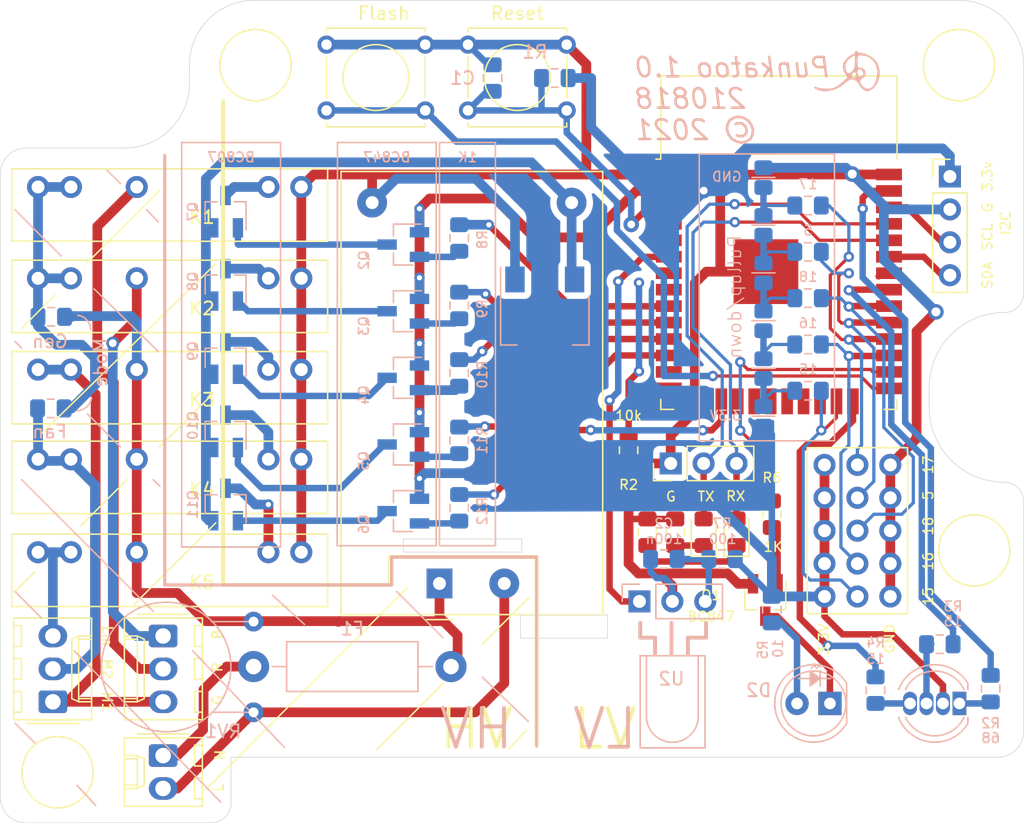
<source format=kicad_pcb>
(kicad_pcb (version 20171130) (host pcbnew 5.1.5+dfsg1-2build2)
  (layers (0 F.Cu signal) (31 B.Cu signal) (34 B.Paste user) (35 F.Paste user) (36 B.SilkS user) (37 F.SilkS user) (38 B.Mask user) (39 F.Mask user) (44 Edge.Cuts user))
  (net 0 "")
  (net 1 GND)
  (net 2 +3V3)
  (net 3 NEUT)
  (net 4 LINE)
  (net 5 "Net-(K1-Pad3)")
  (net 6 "Net-(Q4-Pad3)")
  (net 7 "Net-(Q4-Pad2)")
  (net 8 "Net-(Q5-Pad2)")
  (net 9 "Net-(Q10-Pad1)")
  (net 10 "Net-(K2-Pad3)")
  (net 11 "Net-(K3-Pad3)")
  (net 12 "Net-(K4-Pad3)")
  (net 13 "Net-(K5-Pad3)")
  (net 14 +5V)
  (net 15 "Net-(Q3-Pad3)")
  (net 16 "Net-(Q3-Pad2)")
  (net 17 "Net-(Q2-Pad3)")
  (net 18 "Net-(Q2-Pad2)")
  (net 19 /TXD)
  (net 20 /RXD)
  (net 21 /FLASH)
  (net 22 R1)
  (net 23 R2)
  (net 24 R3)
  (net 25 R4)
  (net 26 R5)
  (net 27 "Net-(U1-Pad4)")
  (net 28 "Net-(U1-Pad5)")
  (net 29 "Net-(U1-Pad8)")
  (net 30 "Net-(U1-Pad13)")
  (net 31 "Net-(U1-Pad17)")
  (net 32 "Net-(U1-Pad18)")
  (net 33 "Net-(U1-Pad19)")
  (net 34 "Net-(U1-Pad20)")
  (net 35 "Net-(U1-Pad21)")
  (net 36 "Net-(U1-Pad22)")
  (net 37 "Net-(U1-Pad32)")
  (net 38 "Net-(D1-Pad1)")
  (net 39 "Net-(Q11-Pad1)")
  (net 40 "Net-(Q1-Pad1)")
  (net 41 "Net-(Q6-Pad2)")
  (net 42 "Net-(D2-Pad2)")
  (net 43 "Net-(D2-Pad1)")
  (net 44 "Net-(U1-Pad6)")
  (net 45 "Net-(F1-Pad2)")
  (net 46 "Net-(R4-Pad1)")
  (net 47 "Net-(D1-Pad3)")
  (net 48 "Net-(R1-Pad2)")
  (net 49 "Net-(R3-Pad1)")
  (net 50 "Net-(D1-Pad4)")
  (net 51 /LMP-R5)
  (net 52 /M2-R4)
  (net 53 "Net-(U1-Pad7)")
  (net 54 /M1)
  (net 55 "Net-(U1-Pad14)")
  (net 56 "Net-(C1-Pad2)")
  (net 57 "Net-(C2-Pad1)")
  (net 58 "Net-(J4-Pad4)")
  (net 59 "Net-(J4-Pad3)")
  (net 60 "Net-(J5-Pad2)")
  (net 61 "Net-(J5-Pad1)")
  (net 62 "Net-(JP1-Pad1)")
  (net 63 "Net-(R2-Pad1)")
  (net 64 "Net-(R6-Pad1)")
  (net 65 "Net-(J3-Pad7)")
  (net 66 "Net-(J3-Pad6)")
  (net 67 "Net-(J3-Pad5)")
  (net 68 "Net-(J3-Pad4)")
  (net 69 "Net-(J3-Pad3)")
  (net 70 "Net-(JP3-Pad2)")
  (net 71 "Net-(JP4-Pad2)")
  (net 72 "Net-(JP5-Pad2)")
  (net 73 "Net-(JP6-Pad2)")
  (net 74 "Net-(JP7-Pad2)")
  (net 75 "Net-(D3-Pad1)")
  (net 76 "Net-(D4-Pad1)")
  (module Resistor_SMD:R_0805_2012Metric_Pad1.15x1.40mm_HandSolder (layer F.Cu) (at 120.95 99.56 90)
    (fp_text reference R19 hide)
    (fp_text value 1K)
    (pad 2 smd roundrect (at 1.025 0 90) (size 1.15 1.4) (layers F.Cu F.Paste F.Mask) (roundrect_rratio 0.217391) (net 1 GND))
    (pad 1 smd roundrect (at -1.025 0 90) (size 1.15 1.4) (layers F.Cu F.Paste F.Mask) (roundrect_rratio 0.217391) (net 76 "Net-(D4-Pad1)"))
  )
  (module Resistor_SMD:R_0805_2012Metric_Pad1.15x1.40mm_HandSolder (layer F.Cu) (at 123.0975 99.56 90)
    (fp_text reference R18 hide)
    (fp_text value 1K)
    (pad 2 smd roundrect (at 1.025 0 90) (size 1.15 1.4) (layers F.Cu F.Paste F.Mask) (roundrect_rratio 0.217391) (net 1 GND))
    (pad 1 smd roundrect (at -1.025 0 90) (size 1.15 1.4) (layers F.Cu F.Paste F.Mask) (roundrect_rratio 0.217391) (net 75 "Net-(D3-Pad1)"))
  )
  (module LED_SMD:LED_0805_2012Metric_Pad1.15x1.40mm_HandSolder (layer F.Cu) (at 127.83 99.56 90)
    (fp_text reference D4 hide)
    (fp_text value LED_Small_ALT hide)
    (pad 2 smd roundrect (at 1.025 0 90) (size 1.15 1.4) (layers F.Cu F.Paste F.Mask) (roundrect_rratio 0.217391) (net 20 /RXD))
    (pad 1 smd roundrect (at -1.025 0 90) (size 1.15 1.4) (layers F.Cu F.Paste F.Mask) (roundrect_rratio 0.217391) (net 76 "Net-(D4-Pad1)"))
  )
  (module LED_SMD:LED_0805_2012Metric_Pad1.15x1.40mm_HandSolder (layer F.Cu) (at 125.29 99.56 90)
    (fp_text reference D3 hide)
    (fp_text value LED_Small_ALT hide)
    (pad 2 smd roundrect (at 1.025 0 90) (size 1.15 1.4) (layers F.Cu F.Paste F.Mask) (roundrect_rratio 0.217391) (net 19 /TXD))
    (pad 1 smd roundrect (at -1.025 0 90) (size 1.15 1.4) (layers F.Cu F.Paste F.Mask) (roundrect_rratio 0.217391) (net 75 "Net-(D3-Pad1)"))
  )
  (module led+:Small_solder_jumper (layer B.Cu) (at 129.91 72.55 270)
    (fp_text reference JP3 hide)
    (fp_text value GND (at -0.4325 2.83) (layer B.SilkS) (effects (font (size 0.75 0.75) (thickness 0.12)) (justify mirror)))
    (pad 2 smd roundrect (at 0.395 0 270) (size 1.15 1.4) (layers B.Cu B.Paste B.Mask) (roundrect_rratio 0.217391) (net 70 "Net-(JP3-Pad2)"))
    (pad 1 smd roundrect (at -1.125 0 270) (size 1.15 1.4) (layers B.Cu B.Paste B.Mask) (roundrect_rratio 0.217391) (net 1 GND))
  )
  (module led+:Small_solder_jumper (layer B.Cu) (at 129.91 90.98 270)
    (fp_text reference JP8 hide)
    (fp_text value 3.3V (at -0.4325 2.925238) (layer B.SilkS) (effects (font (size 0.75 0.75) (thickness 0.12)) (justify mirror)))
    (pad 2 smd roundrect (at 0.395 0 270) (size 1.15 1.4) (layers B.Cu B.Paste B.Mask) (roundrect_rratio 0.217391) (net 2 +3V3))
    (pad 1 smd roundrect (at -1.125 0 270) (size 1.15 1.4) (layers B.Cu B.Paste B.Mask) (roundrect_rratio 0.217391) (net 74 "Net-(JP7-Pad2)"))
  )
  (module led+:Small_solder_jumper (layer B.Cu) (at 129.91 87.294 270)
    (fp_text reference JP7 hide)
    (fp_text value Jumper_NO_Small hide)
    (pad 2 smd roundrect (at 0.395 0 270) (size 1.15 1.4) (layers B.Cu B.Paste B.Mask) (roundrect_rratio 0.217391) (net 74 "Net-(JP7-Pad2)"))
    (pad 1 smd roundrect (at -1.125 0 270) (size 1.15 1.4) (layers B.Cu B.Paste B.Mask) (roundrect_rratio 0.217391) (net 73 "Net-(JP6-Pad2)"))
  )
  (module led+:Small_solder_jumper (layer B.Cu) (at 129.91 83.608 270)
    (fp_text reference JP6 hide)
    (fp_text value Jumper_NO_Small hide)
    (pad 2 smd roundrect (at 0.395 0 270) (size 1.15 1.4) (layers B.Cu B.Paste B.Mask) (roundrect_rratio 0.217391) (net 73 "Net-(JP6-Pad2)"))
    (pad 1 smd roundrect (at -1.125 0 270) (size 1.15 1.4) (layers B.Cu B.Paste B.Mask) (roundrect_rratio 0.217391) (net 72 "Net-(JP5-Pad2)"))
  )
  (module led+:Small_solder_jumper (layer B.Cu) (at 129.91 79.922 270)
    (fp_text reference JP5 hide)
    (fp_text value Jumper_NO_Small hide)
    (pad 2 smd roundrect (at 0.395 0 270) (size 1.15 1.4) (layers B.Cu B.Paste B.Mask) (roundrect_rratio 0.217391) (net 72 "Net-(JP5-Pad2)"))
    (pad 1 smd roundrect (at -1.125 0 270) (size 1.15 1.4) (layers B.Cu B.Paste B.Mask) (roundrect_rratio 0.217391) (net 71 "Net-(JP4-Pad2)"))
  )
  (module led+:Small_solder_jumper (layer B.Cu) (at 129.91 76.236 270)
    (fp_text reference JP4 hide)
    (fp_text value Jumper_NO_Small hide)
    (pad 2 smd roundrect (at 0.395 0 270) (size 1.15 1.4) (layers B.Cu B.Paste B.Mask) (roundrect_rratio 0.217391) (net 71 "Net-(JP4-Pad2)"))
    (pad 1 smd roundrect (at -1.125 0 270) (size 1.15 1.4) (layers B.Cu B.Paste B.Mask) (roundrect_rratio 0.217391) (net 70 "Net-(JP3-Pad2)"))
  )
  (module Connector_PinHeader_2.54mm:PinHeader_1x03_P2.54mm_Vertical (layer F.Cu) (at 122.75 94.25 90)
    (fp_text reference J2 hide)
    (fp_text value Serial hide)
    (pad 3 thru_hole oval (at 0 5.08 90) (size 1.7 1.7) (drill 1) (layers *.Cu *.Mask) (net 20 /RXD))
    (pad 2 thru_hole oval (at 0 2.54 90) (size 1.7 1.7) (drill 1) (layers *.Cu *.Mask) (net 19 /TXD))
    (pad 1 thru_hole rect (at 0 0 90) (size 1.7 1.7) (drill 1) (layers *.Cu *.Mask) (net 1 GND))
  )
  (module Resistor_SMD:R_0805_2012Metric_Pad1.15x1.40mm_HandSolder (layer B.Cu) (at 133.35 74.34)
    (fp_text reference R17 hide)
    (fp_text value 17 (at 0 -1.65 unlocked) (layer B.SilkS) (effects (font (size 0.75 0.75) (thickness 0.12)) (justify mirror)))
    (pad 2 smd roundrect (at 1.025 0) (size 1.15 1.4) (layers B.Cu B.Paste B.Mask) (roundrect_rratio 0.217391) (net 69 "Net-(J3-Pad3)"))
    (pad 1 smd roundrect (at -1.025 0) (size 1.15 1.4) (layers B.Cu B.Paste B.Mask) (roundrect_rratio 0.217391) (net 70 "Net-(JP3-Pad2)"))
  )
  (module Resistor_SMD:R_0805_2012Metric_Pad1.15x1.40mm_HandSolder (layer B.Cu) (at 133.35 77.915)
    (fp_text reference R16 hide)
    (fp_text value 5 (at 0 -1.65) (layer B.SilkS) (effects (font (size 0.75 0.75) (thickness 0.12)) (justify mirror)))
    (pad 2 smd roundrect (at 1.025 0) (size 1.15 1.4) (layers B.Cu B.Paste B.Mask) (roundrect_rratio 0.217391) (net 68 "Net-(J3-Pad4)"))
    (pad 1 smd roundrect (at -1.025 0) (size 1.15 1.4) (layers B.Cu B.Paste B.Mask) (roundrect_rratio 0.217391) (net 71 "Net-(JP4-Pad2)"))
  )
  (module Resistor_SMD:R_0805_2012Metric_Pad1.15x1.40mm_HandSolder (layer B.Cu) (at 133.35 81.49)
    (fp_text reference R15 hide)
    (fp_text value 18 (at 0 -1.65) (layer B.SilkS) (effects (font (size 0.75 0.75) (thickness 0.12)) (justify mirror)))
    (pad 2 smd roundrect (at 1.025 0) (size 1.15 1.4) (layers B.Cu B.Paste B.Mask) (roundrect_rratio 0.217391) (net 67 "Net-(J3-Pad5)"))
    (pad 1 smd roundrect (at -1.025 0) (size 1.15 1.4) (layers B.Cu B.Paste B.Mask) (roundrect_rratio 0.217391) (net 72 "Net-(JP5-Pad2)"))
  )
  (module Resistor_SMD:R_0805_2012Metric_Pad1.15x1.40mm_HandSolder (layer B.Cu) (at 133.35 85.065)
    (fp_text reference R14 hide)
    (fp_text value 16 (at 0 -1.65) (layer B.SilkS) (effects (font (size 0.75 0.75) (thickness 0.12)) (justify mirror)))
    (pad 2 smd roundrect (at 1.025 0) (size 1.15 1.4) (layers B.Cu B.Paste B.Mask) (roundrect_rratio 0.217391) (net 66 "Net-(J3-Pad6)"))
    (pad 1 smd roundrect (at -1.025 0) (size 1.15 1.4) (layers B.Cu B.Paste B.Mask) (roundrect_rratio 0.217391) (net 73 "Net-(JP6-Pad2)"))
  )
  (module Resistor_SMD:R_0805_2012Metric_Pad1.15x1.40mm_HandSolder (layer B.Cu) (at 133.35 88.64)
    (fp_text reference R13 hide)
    (fp_text value 15 (at 0 -1.65) (layer B.SilkS) (effects (font (size 0.75 0.75) (thickness 0.12)) (justify mirror)))
    (pad 2 smd roundrect (at 1.025 0) (size 1.15 1.4) (layers B.Cu B.Paste B.Mask) (roundrect_rratio 0.217391) (net 65 "Net-(J3-Pad7)"))
    (pad 1 smd roundrect (at -1.025 0) (size 1.15 1.4) (layers B.Cu B.Paste B.Mask) (roundrect_rratio 0.217391) (net 74 "Net-(JP7-Pad2)"))
  )
  (module Resistor_SMD:R_0805_2012Metric_Pad1.15x1.40mm_HandSolder (layer B.Cu) (at 130.556 105.537 270)
    (fp_text reference R5 (at 3.1 0.7 90) (layer B.SilkS) (effects (font (size 0.75 0.75) (thickness 0.12)) (justify mirror)))
    (fp_text value 10 (at 3 -0.474999 90) (layer B.SilkS) (effects (font (size 0.75 0.75) (thickness 0.12)) (justify mirror)))
    (pad 2 smd roundrect (at 1.025 0 270) (size 1.15 1.4) (layers B.Cu B.Paste B.Mask) (roundrect_rratio 0.217391) (net 42 "Net-(D2-Pad2)"))
    (pad 1 smd roundrect (at -1.025 0 270) (size 1.15 1.4) (layers B.Cu B.Paste B.Mask) (roundrect_rratio 0.217391) (net 2 +3V3))
  )
  (module Resistor_THT:R_Axial_DIN0411_L9.9mm_D3.6mm_P15.24mm_Horizontal (layer B.Cu) (at 105.79 109.93 180)
    (fp_text reference F1 (at 7.62 2.92) (layer B.SilkS) (effects (justify mirror)))
    (fp_text value Fuse)
    (pad 2 thru_hole oval (at 15.24 0 180) (size 2.4 2.4) (drill 1.2) (layers *.Cu *.Mask) (net 45 "Net-(F1-Pad2)"))
    (pad 1 thru_hole circle (at 0 0 180) (size 2.4 2.4) (drill 1.2) (layers *.Cu *.Mask) (net 4 LINE))
  )
  (module Connector_Molex:Molex_KK-254_AE-6410-03A_1x03_P2.54mm_Vertical (layer F.Cu) (at 75.057 112.649 90)
    (fp_text reference J6 hide)
    (fp_text value Output hide)
    (pad 3 thru_hole oval (at 5.08 0 90) (size 1.74 2.2) (drill 1.2) (layers *.Cu *.Mask) (net 51 /LMP-R5))
    (pad 2 thru_hole oval (at 2.54 0 90) (size 1.74 2.2) (drill 1.2) (layers *.Cu *.Mask) (net 52 /M2-R4))
    (pad 1 thru_hole roundrect (at 0 0 90) (size 1.74 2.2) (drill 1.2) (layers *.Cu *.Mask) (roundrect_rratio 0.143678) (net 54 /M1))
  )
  (module Connector_Molex:Molex_KK-254_AE-6410-03A_1x03_P2.54mm_Vertical (layer F.Cu) (at 83.566 107.569 270)
    (fp_text reference J5 hide)
    (fp_text value Cap hide)
    (pad 3 thru_hole oval (at 5.08 0 270) (size 1.74 2.2) (drill 1.2) (layers *.Cu *.Mask) (net 54 /M1))
    (pad 2 thru_hole oval (at 2.54 0 270) (size 1.74 2.2) (drill 1.2) (layers *.Cu *.Mask) (net 60 "Net-(J5-Pad2)"))
    (pad 1 thru_hole roundrect (at 0 0 270) (size 1.74 2.2) (drill 1.2) (layers *.Cu *.Mask) (roundrect_rratio 0.143678) (net 61 "Net-(J5-Pad1)"))
  )
  (module Relay_SolidState+:G3MB (layer F.Cu) (at 84.072 102.5 180)
    (fp_text reference K5 (at -2.49682 -0.93472) (layer F.SilkS))
    (fp_text value G3MB-Relay_SolidState hide)
    (pad 2 thru_hole circle (at 2.54 1.397 180) (size 1.7 1.7) (drill 1) (layers *.Cu *.Mask) (net 4 LINE))
    (pad 1 thru_hole circle (at 10.16 1.397 180) (size 1.7 1.7) (drill 1) (layers *.Cu *.Mask) (net 51 /LMP-R5))
    (pad 3 thru_hole circle (at -7.62 1.397 180) (size 1.7 1.7) (drill 1) (layers *.Cu *.Mask) (net 13 "Net-(K5-Pad3)"))
    (pad 4 thru_hole circle (at -10.16 1.397 180) (size 1.7 1.7) (drill 1) (layers *.Cu *.Mask) (net 1 GND))
    (pad 1 thru_hole circle (at 7.62 1.397 180) (size 1.7 1.7) (drill 1) (layers *.Cu *.Mask) (net 51 /LMP-R5))
  )
  (module Relay_SolidState+:G3MB (layer F.Cu) (at 84.072 95.3245 180)
    (fp_text reference K4 (at -2.49682 -0.93472) (layer F.SilkS))
    (fp_text value G3MB hide)
    (pad 2 thru_hole circle (at 2.54 1.397 180) (size 1.7 1.7) (drill 1) (layers *.Cu *.Mask) (net 4 LINE))
    (pad 1 thru_hole circle (at 10.16 1.397 180) (size 1.7 1.7) (drill 1) (layers *.Cu *.Mask) (net 52 /M2-R4))
    (pad 3 thru_hole circle (at -7.62 1.397 180) (size 1.7 1.7) (drill 1) (layers *.Cu *.Mask) (net 12 "Net-(K4-Pad3)"))
    (pad 4 thru_hole circle (at -10.16 1.397 180) (size 1.7 1.7) (drill 1) (layers *.Cu *.Mask) (net 1 GND))
    (pad 1 thru_hole circle (at 7.62 1.397 180) (size 1.7 1.7) (drill 1) (layers *.Cu *.Mask) (net 52 /M2-R4))
  )
  (module Relay_SolidState+:G3MB (layer F.Cu) (at 84.072 88.403 180)
    (fp_text reference K3 (at -2.49682 -0.93472) (layer F.SilkS))
    (fp_text value G3MB hide)
    (pad 2 thru_hole circle (at 2.54 1.397 180) (size 1.7 1.7) (drill 1) (layers *.Cu *.Mask) (net 4 LINE))
    (pad 1 thru_hole circle (at 10.16 1.397 180) (size 1.7 1.7) (drill 1) (layers *.Cu *.Mask) (net 54 /M1))
    (pad 3 thru_hole circle (at -7.62 1.397 180) (size 1.7 1.7) (drill 1) (layers *.Cu *.Mask) (net 11 "Net-(K3-Pad3)"))
    (pad 4 thru_hole circle (at -10.16 1.397 180) (size 1.7 1.7) (drill 1) (layers *.Cu *.Mask) (net 1 GND))
    (pad 1 thru_hole circle (at 7.62 1.397 180) (size 1.7 1.7) (drill 1) (layers *.Cu *.Mask) (net 54 /M1))
  )
  (module Relay_SolidState+:G3MB (layer F.Cu) (at 84.072 81.3545 180)
    (fp_text reference K2 (at -2.49682 -0.93472) (layer F.SilkS))
    (fp_text value G3MB hide)
    (pad 2 thru_hole circle (at 2.54 1.397 180) (size 1.7 1.7) (drill 1) (layers *.Cu *.Mask) (net 61 "Net-(J5-Pad1)"))
    (pad 1 thru_hole circle (at 10.16 1.397 180) (size 1.7 1.7) (drill 1) (layers *.Cu *.Mask) (net 62 "Net-(JP1-Pad1)"))
    (pad 3 thru_hole circle (at -7.62 1.397 180) (size 1.7 1.7) (drill 1) (layers *.Cu *.Mask) (net 10 "Net-(K2-Pad3)"))
    (pad 4 thru_hole circle (at -10.16 1.397 180) (size 1.7 1.7) (drill 1) (layers *.Cu *.Mask) (net 1 GND))
    (pad 1 thru_hole circle (at 7.62 1.397 180) (size 1.7 1.7) (drill 1) (layers *.Cu *.Mask) (net 62 "Net-(JP1-Pad1)"))
  )
  (module Relay_SolidState+:G3MB (layer F.Cu) (at 84.072 74.306 180)
    (fp_text reference K1 (at -2.49682 -0.93472) (layer F.SilkS))
    (fp_text value G3MB hide)
    (pad 2 thru_hole circle (at 2.54 1.397 180) (size 1.7 1.7) (drill 1) (layers *.Cu *.Mask) (net 60 "Net-(J5-Pad2)"))
    (pad 1 thru_hole circle (at 10.16 1.397 180) (size 1.7 1.7) (drill 1) (layers *.Cu *.Mask) (net 62 "Net-(JP1-Pad1)"))
    (pad 3 thru_hole circle (at -7.62 1.397 180) (size 1.7 1.7) (drill 1) (layers *.Cu *.Mask) (net 5 "Net-(K1-Pad3)"))
    (pad 4 thru_hole circle (at -10.16 1.397 180) (size 1.7 1.7) (drill 1) (layers *.Cu *.Mask) (net 1 GND))
    (pad 1 thru_hole circle (at 7.62 1.397 180) (size 1.7 1.7) (drill 1) (layers *.Cu *.Mask) (net 62 "Net-(JP1-Pad1)"))
  )
  (module Connector+:GPIO_5+rails_P2.54mm_Vertical (layer F.Cu) (at 134.62 94.361)
    (fp_text reference J3 hide)
    (fp_text value I/O hide)
    (pad 2 thru_hole oval (at 5.08 2.54) (size 1.7 1.7) (drill 1) (layers *.Cu *.Mask) (net 1 GND))
    (pad 2 thru_hole oval (at 5.08 5.08) (size 1.7 1.7) (drill 1) (layers *.Cu *.Mask) (net 1 GND))
    (pad 2 thru_hole oval (at 5.08 7.62) (size 1.7 1.7) (drill 1) (layers *.Cu *.Mask) (net 1 GND))
    (pad 2 thru_hole oval (at 5.08 10.16) (size 1.7 1.7) (drill 1) (layers *.Cu *.Mask) (net 1 GND))
    (pad 2 thru_hole oval (at 5.08 0) (size 1.7 1.7) (drill 1) (layers *.Cu *.Mask) (net 1 GND))
    (pad 7 thru_hole oval (at 2.54 10.16) (size 1.7 1.7) (drill 1) (layers *.Cu *.Mask) (net 65 "Net-(J3-Pad7)"))
    (pad 1 thru_hole oval (at 0 10.16) (size 1.7 1.7) (drill 1) (layers *.Cu *.Mask) (net 2 +3V3))
    (pad 6 thru_hole oval (at 2.54 7.62) (size 1.7 1.7) (drill 1) (layers *.Cu *.Mask) (net 66 "Net-(J3-Pad6)"))
    (pad 1 thru_hole oval (at 0 7.62) (size 1.7 1.7) (drill 1) (layers *.Cu *.Mask) (net 2 +3V3))
    (pad 5 thru_hole oval (at 2.54 5.08) (size 1.7 1.7) (drill 1) (layers *.Cu *.Mask) (net 67 "Net-(J3-Pad5)"))
    (pad 1 thru_hole oval (at 0 5.08) (size 1.7 1.7) (drill 1) (layers *.Cu *.Mask) (net 2 +3V3))
    (pad 4 thru_hole oval (at 2.54 2.54) (size 1.7 1.7) (drill 1) (layers *.Cu *.Mask) (net 68 "Net-(J3-Pad4)"))
    (pad 1 thru_hole oval (at 0 2.54) (size 1.7 1.7) (drill 1) (layers *.Cu *.Mask) (net 2 +3V3))
    (pad 3 thru_hole oval (at 2.54 0) (size 1.7 1.7) (drill 1) (layers *.Cu *.Mask) (net 69 "Net-(J3-Pad3)"))
    (pad 1 thru_hole circle (at 0 0) (size 1.7 1.7) (drill 1) (layers *.Cu *.Mask) (net 2 +3V3))
  )
  (module Resistor_SMD:R_0805_2012Metric_Pad1.15x1.40mm_HandSolder (layer F.Cu) (at 130.556 98.171 270)
    (fp_text reference R6 (at -2.818 -0.012 180) (layer F.SilkS) (effects (font (size 0.75 0.75) (thickness 0.12))))
    (fp_text value 1K (at 2.522 -0.102 180) (layer F.SilkS) (effects (font (size 0.75 0.75) (thickness 0.12))))
    (pad 2 smd roundrect (at 1.025 0 270) (size 1.15 1.4) (layers F.Cu F.Paste F.Mask) (roundrect_rratio 0.217391) (net 40 "Net-(Q1-Pad1)"))
    (pad 1 smd roundrect (at -1.025 0 270) (size 1.15 1.4) (layers F.Cu F.Paste F.Mask) (roundrect_rratio 0.217391) (net 64 "Net-(R6-Pad1)"))
  )
  (module Resistor_SMD:R_0805_2012Metric_Pad1.15x1.40mm_HandSolder (layer B.Cu) (at 113.8 64.5)
    (fp_text reference R1 (at -1.532 -2.016) (layer B.SilkS) (effects (justify mirror)))
    (fp_text value 1k)
    (pad 2 smd roundrect (at 1.025 0) (size 1.15 1.4) (layers B.Cu B.Paste B.Mask) (roundrect_rratio 0.217391) (net 2 +3V3))
    (pad 1 smd roundrect (at -1.025 0) (size 1.15 1.4) (layers B.Cu B.Paste B.Mask) (roundrect_rratio 0.217391) (net 56 "Net-(C1-Pad2)"))
  )
  (module Capacitor_SMD:C_0805_2012Metric_Pad1.15x1.40mm_HandSolder (layer B.Cu) (at 109 64.5 270)
    (fp_text reference C1 (at 0 2.32 180) (layer B.SilkS) (effects (justify mirror)))
    (fp_text value 100n)
    (pad 2 smd roundrect (at 1.025 0 270) (size 1.15 1.4) (layers B.Cu B.Paste B.Mask) (roundrect_rratio 0.217391) (net 56 "Net-(C1-Pad2)"))
    (pad 1 smd roundrect (at -1.025 0 270) (size 1.15 1.4) (layers B.Cu B.Paste B.Mask) (roundrect_rratio 0.217391) (net 1 GND))
  )
  (module OptoDevice+:TSOP38 (layer B.Cu) (at 120.335 104.9)
    (fp_text reference U2 (at 2.474 5.971) (layer B.SilkS) (effects (justify mirror)))
    (fp_text value "IR RX" hide)
    (pad 3 thru_hole oval (at 5.08 0 270) (size 1.7 1.7) (drill 1) (layers *.Cu *.Mask) (net 57 "Net-(C2-Pad1)"))
    (pad 2 thru_hole oval (at 2.54 0 270) (size 1.7 1.7) (drill 1) (layers *.Cu *.Mask) (net 1 GND))
    (pad 1 thru_hole rect (at 0 0 270) (size 1.7 1.7) (drill 1) (layers *.Cu *.Mask) (net 44 "Net-(U1-Pad6)"))
  )
  (module Misc:standoff (layer F.Cu) (at 75.42 118.09)
    (fp_text reference REF** hide)
    (fp_text value standoff hide)
    (pad "" np_thru_hole circle (at 0 0) (size 3.5 3.5) (drill 3.5) (layers *.Cu *.Mask))
  )
  (module Misc:standoff (layer F.Cu) (at 146.18 100.96)
    (fp_text reference REF** hide)
    (fp_text value standoff hide)
    (pad "" np_thru_hole circle (at 0 0) (size 3.5 3.5) (drill 3.5) (layers *.Cu *.Mask))
  )
  (module Misc:standoff (layer F.Cu) (at 145 63.5)
    (fp_text reference REF** hide)
    (fp_text value standoff hide)
    (pad "" np_thru_hole circle (at 0 0) (size 3.5 3.5) (drill 3.5) (layers *.Cu *.Mask))
  )
  (module Misc:standoff (layer F.Cu) (at 90.7 63.5)
    (fp_text reference REF** hide)
    (fp_text value standoff hide)
    (pad "" np_thru_hole circle (at 0 0) (size 3.5 3.5) (drill 3.5) (layers *.Cu *.Mask))
  )
  (module Connector_PinHeader_2.54mm:PinHeader_1x04_P2.54mm_Vertical (layer F.Cu) (at 144.3 72.1)
    (fp_text reference J4 hide)
    (fp_text value I2C (at 4.3 3.6 90) (layer F.SilkS) (effects (font (size 0.75 0.75) (thickness 0.12))))
    (pad 4 thru_hole oval (at 0 7.62) (size 1.7 1.7) (drill 1) (layers *.Cu *.Mask) (net 58 "Net-(J4-Pad4)"))
    (pad 3 thru_hole oval (at 0 5.08) (size 1.7 1.7) (drill 1) (layers *.Cu *.Mask) (net 59 "Net-(J4-Pad3)"))
    (pad 2 thru_hole oval (at 0 2.54) (size 1.7 1.7) (drill 1) (layers *.Cu *.Mask) (net 1 GND))
    (pad 1 thru_hole rect (at 0 0) (size 1.7 1.7) (drill 1) (layers *.Cu *.Mask) (net 2 +3V3))
  )
  (module Button_Switch_THT:SW_Tactile_Straight_KSL0Axx1LFTR (layer F.Cu) (at 103.8 67 180)
    (fp_text reference SW2 hide)
    (fp_text value Flash (at 3.2 7.5) (layer F.SilkS))
    (pad 2 thru_hole circle (at 0 5.08 180) (size 1.397 1.397) (drill 0.8128) (layers *.Cu *.Mask) (net 1 GND))
    (pad 1 thru_hole circle (at 0 0 180) (size 1.397 1.397) (drill 0.8128) (layers *.Cu *.Mask) (net 21 /FLASH))
    (pad 2 thru_hole circle (at 7.62 5.08 180) (size 1.397 1.397) (drill 0.8128) (layers *.Cu *.Mask) (net 1 GND))
    (pad 1 thru_hole circle (at 7.62 0 180) (size 1.397 1.397) (drill 0.8128) (layers *.Cu *.Mask) (net 21 /FLASH))
  )
  (module Button_Switch_THT:SW_Tactile_Straight_KSL0Axx1LFTR (layer F.Cu) (at 107.1 61.92)
    (fp_text reference SW1 hide)
    (fp_text value Reset (at 3.8 -2.42) (layer F.SilkS))
    (pad 2 thru_hole circle (at 0 5.08) (size 1.397 1.397) (drill 0.8128) (layers *.Cu *.Mask) (net 56 "Net-(C1-Pad2)"))
    (pad 1 thru_hole circle (at 0 0) (size 1.397 1.397) (drill 0.8128) (layers *.Cu *.Mask) (net 1 GND))
    (pad 2 thru_hole circle (at 7.62 5.08) (size 1.397 1.397) (drill 0.8128) (layers *.Cu *.Mask) (net 56 "Net-(C1-Pad2)"))
    (pad 1 thru_hole circle (at 7.62 0) (size 1.397 1.397) (drill 0.8128) (layers *.Cu *.Mask) (net 1 GND))
  )
  (module punkatoo:varistor_10mm (layer B.Cu) (at 90.55 113.46 180)
    (fp_text reference RV1 (at 2.35 -1.47) (layer B.SilkS) (effects (justify mirror)))
    (fp_text value Varistor hide)
    (pad 2 thru_hole circle (at 0 7 180) (size 1.524 1.524) (drill 0.762) (layers *.Cu *.Mask) (net 4 LINE))
    (pad 1 thru_hole circle (at 0 0 180) (size 1.524 1.524) (drill 0.762) (layers *.Cu *.Mask) (net 3 NEUT))
  )
  (module Resistor_SMD:R_0805_2012Metric_Pad1.15x1.40mm_HandSolder (layer B.Cu) (at 147.447 111.633 270)
    (fp_text reference R2 (at 2.667 0) (layer B.SilkS) (effects (font (size 0.75 0.75) (thickness 0.13)) (justify mirror)))
    (fp_text value 68 (at 3.81 0) (layer B.SilkS) (effects (font (size 0.75 0.75) (thickness 0.13)) (justify mirror)))
    (pad 2 smd roundrect (at 1.025 0 270) (size 1.15 1.4) (layers B.Cu B.Paste B.Mask) (roundrect_rratio 0.217391) (net 38 "Net-(D1-Pad1)"))
    (pad 1 smd roundrect (at -1.025 0 270) (size 1.15 1.4) (layers B.Cu B.Paste B.Mask) (roundrect_rratio 0.217391) (net 63 "Net-(R2-Pad1)"))
  )
  (module RF_Module:ESP32-WROOM-32 (layer F.Cu) (at 131.1 80.2)
    (fp_text reference U1 hide)
    (fp_text value ESP32-WROOM-32 hide)
    (pad 39 smd rect (at -1 -0.755) (size 5 5) (layers F.Cu F.Paste F.Mask) (net 1 GND))
    (pad 1 smd rect (at -8.5 -8.255) (size 2 0.9) (layers F.Cu F.Paste F.Mask) (net 1 GND))
    (pad 2 smd rect (at -8.5 -6.985) (size 2 0.9) (layers F.Cu F.Paste F.Mask) (net 2 +3V3))
    (pad 3 smd rect (at -8.5 -5.715) (size 2 0.9) (layers F.Cu F.Paste F.Mask) (net 56 "Net-(C1-Pad2)"))
    (pad 4 smd rect (at -8.5 -4.445) (size 2 0.9) (layers F.Cu F.Paste F.Mask) (net 27 "Net-(U1-Pad4)"))
    (pad 5 smd rect (at -8.5 -3.175) (size 2 0.9) (layers F.Cu F.Paste F.Mask) (net 28 "Net-(U1-Pad5)"))
    (pad 6 smd rect (at -8.5 -1.905) (size 2 0.9) (layers F.Cu F.Paste F.Mask) (net 44 "Net-(U1-Pad6)"))
    (pad 7 smd rect (at -8.5 -0.635) (size 2 0.9) (layers F.Cu F.Paste F.Mask) (net 53 "Net-(U1-Pad7)"))
    (pad 8 smd rect (at -8.5 0.635) (size 2 0.9) (layers F.Cu F.Paste F.Mask) (net 29 "Net-(U1-Pad8)"))
    (pad 9 smd rect (at -8.5 1.905) (size 2 0.9) (layers F.Cu F.Paste F.Mask) (net 22 R1))
    (pad 10 smd rect (at -8.5 3.175) (size 2 0.9) (layers F.Cu F.Paste F.Mask) (net 23 R2))
    (pad 11 smd rect (at -8.5 4.445) (size 2 0.9) (layers F.Cu F.Paste F.Mask) (net 24 R3))
    (pad 12 smd rect (at -8.5 5.715) (size 2 0.9) (layers F.Cu F.Paste F.Mask) (net 25 R4))
    (pad 13 smd rect (at -8.5 6.985) (size 2 0.9) (layers F.Cu F.Paste F.Mask) (net 30 "Net-(U1-Pad13)"))
    (pad 14 smd rect (at -8.5 8.255) (size 2 0.9) (layers F.Cu F.Paste F.Mask) (net 55 "Net-(U1-Pad14)"))
    (pad 15 smd rect (at -5.715 9.255 90) (size 2 0.9) (layers F.Cu F.Paste F.Mask) (net 1 GND))
    (pad 16 smd rect (at -4.445 9.255 90) (size 2 0.9) (layers F.Cu F.Paste F.Mask) (net 26 R5))
    (pad 17 smd rect (at -3.175 9.255 90) (size 2 0.9) (layers F.Cu F.Paste F.Mask) (net 31 "Net-(U1-Pad17)"))
    (pad 18 smd rect (at -1.905 9.255 90) (size 2 0.9) (layers F.Cu F.Paste F.Mask) (net 32 "Net-(U1-Pad18)"))
    (pad 19 smd rect (at -0.635 9.255 90) (size 2 0.9) (layers F.Cu F.Paste F.Mask) (net 33 "Net-(U1-Pad19)"))
    (pad 20 smd rect (at 0.635 9.255 90) (size 2 0.9) (layers F.Cu F.Paste F.Mask) (net 34 "Net-(U1-Pad20)"))
    (pad 21 smd rect (at 1.905 9.255 90) (size 2 0.9) (layers F.Cu F.Paste F.Mask) (net 35 "Net-(U1-Pad21)"))
    (pad 22 smd rect (at 3.175 9.255 90) (size 2 0.9) (layers F.Cu F.Paste F.Mask) (net 36 "Net-(U1-Pad22)"))
    (pad 23 smd rect (at 4.445 9.255 90) (size 2 0.9) (layers F.Cu F.Paste F.Mask) (net 65 "Net-(J3-Pad7)"))
    (pad 24 smd rect (at 5.715 9.255 90) (size 2 0.9) (layers F.Cu F.Paste F.Mask) (net 46 "Net-(R4-Pad1)"))
    (pad 25 smd rect (at 8.5 8.255) (size 2 0.9) (layers F.Cu F.Paste F.Mask) (net 21 /FLASH))
    (pad 26 smd rect (at 8.5 6.985) (size 2 0.9) (layers F.Cu F.Paste F.Mask) (net 64 "Net-(R6-Pad1)"))
    (pad 27 smd rect (at 8.5 5.715) (size 2 0.9) (layers F.Cu F.Paste F.Mask) (net 66 "Net-(J3-Pad6)"))
    (pad 28 smd rect (at 8.5 4.445) (size 2 0.9) (layers F.Cu F.Paste F.Mask) (net 69 "Net-(J3-Pad3)"))
    (pad 29 smd rect (at 8.5 3.175) (size 2 0.9) (layers F.Cu F.Paste F.Mask) (net 68 "Net-(J3-Pad4)"))
    (pad 30 smd rect (at 8.5 1.905) (size 2 0.9) (layers F.Cu F.Paste F.Mask) (net 67 "Net-(J3-Pad5)"))
    (pad 31 smd rect (at 8.5 0.635) (size 2 0.9) (layers F.Cu F.Paste F.Mask) (net 49 "Net-(R3-Pad1)"))
    (pad 32 smd rect (at 8.5 -0.635) (size 2 0.9) (layers F.Cu F.Paste F.Mask) (net 37 "Net-(U1-Pad32)"))
    (pad 33 smd rect (at 8.5 -1.905) (size 2 0.9) (layers F.Cu F.Paste F.Mask) (net 58 "Net-(J4-Pad4)"))
    (pad 34 smd rect (at 8.5 -3.175) (size 2 0.9) (layers F.Cu F.Paste F.Mask) (net 20 /RXD))
    (pad 35 smd rect (at 8.5 -4.445) (size 2 0.9) (layers F.Cu F.Paste F.Mask) (net 19 /TXD))
    (pad 36 smd rect (at 8.5 -5.715) (size 2 0.9) (layers F.Cu F.Paste F.Mask) (net 59 "Net-(J4-Pad3)"))
    (pad 37 smd rect (at 8.5 -6.985) (size 2 0.9) (layers F.Cu F.Paste F.Mask) (net 63 "Net-(R2-Pad1)"))
    (pad 38 smd rect (at 8.5 -8.255) (size 2 0.9) (layers F.Cu F.Paste F.Mask) (net 1 GND))
  )
  (module Resistor_SMD:R_0805_2012Metric_Pad1.15x1.40mm_HandSolder (layer B.Cu) (at 74.93 82.931)
    (fp_text reference JP1 hide)
    (fp_text value Gen (at -0.1 1.9) (layer B.SilkS) (effects (justify mirror)))
    (pad 2 smd roundrect (at 1.025 0) (size 1.15 1.4) (layers B.Cu B.Paste B.Mask) (roundrect_rratio 0.217391) (net 4 LINE))
    (pad 1 smd roundrect (at -1.025 0) (size 1.15 1.4) (layers B.Cu B.Paste B.Mask) (roundrect_rratio 0.217391) (net 62 "Net-(JP1-Pad1)"))
  )
  (module Resistor_SMD:R_0805_2012Metric_Pad1.15x1.40mm_HandSolder (layer B.Cu) (at 74.9 90 180)
    (fp_text reference JP2 hide)
    (fp_text value Fan (at 0.1 -1.8) (layer B.SilkS) (effects (justify mirror)))
    (pad 2 smd roundrect (at 1.025 0 180) (size 1.15 1.4) (layers B.Cu B.Paste B.Mask) (roundrect_rratio 0.217391) (net 52 /M2-R4))
    (pad 1 smd roundrect (at -1.025 0 180) (size 1.15 1.4) (layers B.Cu B.Paste B.Mask) (roundrect_rratio 0.217391) (net 62 "Net-(JP1-Pad1)"))
  )
  (module Connector_Molex:Molex_KK-254_AE-6410-02A_1x02_P2.54mm_Vertical (layer F.Cu) (at 83.566 116.8 270)
    (fp_text reference J1 hide)
    (fp_text value AC hide)
    (pad 2 thru_hole oval (at 2.54 0 270) (size 1.74 2.2) (drill 1.2) (layers *.Cu *.Mask) (net 3 NEUT))
    (pad 1 thru_hole roundrect (at 0 0 270) (size 1.74 2.2) (drill 1.2) (layers *.Cu *.Mask) (roundrect_rratio 0.143678) (net 45 "Net-(F1-Pad2)"))
  )
  (module Converter_ACDC+:Converter_ACDC_HiLink_HLK-PMxx (layer F.Cu) (at 104.9 103.516 90)
    (fp_text reference PS1 hide)
    (fp_text value HLK-PM01 hide)
    (pad 4 thru_hole circle (at 29.4 10.2 90) (size 2.3 2.3) (drill 1) (layers *.Cu *.Mask) (net 14 +5V))
    (pad 2 thru_hole circle (at 0 5 90) (size 2.3 2.3) (drill 1) (layers *.Cu *.Mask) (net 3 NEUT))
    (pad 1 thru_hole rect (at 0 0 90) (size 2.3 2) (drill 1) (layers *.Cu *.Mask) (net 4 LINE))
    (pad 3 thru_hole circle (at 29.4 -5.2 90) (size 2.3 2.3) (drill 1) (layers *.Cu *.Mask) (net 1 GND))
  )
  (module Resistor_SMD:R_0805_2012Metric_Pad1.15x1.40mm_HandSolder (layer B.Cu) (at 138.557 111.751 270)
    (fp_text reference R4 (at -3.683 0) (layer B.SilkS) (effects (font (size 0.75 0.75) (thickness 0.12)) (justify mirror)))
    (fp_text value 15 (at -2.413 0) (layer B.SilkS) (effects (font (size 0.75 0.75) (thickness 0.12)) (justify mirror)))
    (pad 2 smd roundrect (at 1.025 0 270) (size 1.15 1.4) (layers B.Cu B.Paste B.Mask) (roundrect_rratio 0.217391) (net 50 "Net-(D1-Pad4)"))
    (pad 1 smd roundrect (at -1.025 0 270) (size 1.15 1.4) (layers B.Cu B.Paste B.Mask) (roundrect_rratio 0.217391) (net 46 "Net-(R4-Pad1)"))
  )
  (module Resistor_SMD:R_0805_2012Metric_Pad1.15x1.40mm_HandSolder (layer B.Cu) (at 143.519 108.204 180)
    (fp_text reference R3 (at -1.016 2.921 180) (layer B.SilkS) (effects (font (size 0.75 0.75) (thickness 0.12)) (justify mirror)))
    (fp_text value 15 (at -1.016 1.778) (layer B.SilkS) (effects (font (size 0.75 0.75) (thickness 0.12)) (justify mirror)))
    (pad 2 smd roundrect (at 1.025 0 180) (size 1.15 1.4) (layers B.Cu B.Paste B.Mask) (roundrect_rratio 0.217391) (net 47 "Net-(D1-Pad3)"))
    (pad 1 smd roundrect (at -1.025 0 180) (size 1.15 1.4) (layers B.Cu B.Paste B.Mask) (roundrect_rratio 0.217391) (net 49 "Net-(R3-Pad1)"))
  )
  (module LED_THT:LED_D5.0mm-4_RGB (layer B.Cu) (at 145.034 112.776 180)
    (fp_text reference D1 hide)
    (fp_text value RGB hide)
    (pad 4 thru_hole oval (at 3.81 0 180) (size 1.07 1.8) (drill 0.9) (layers *.Cu *.Mask) (net 50 "Net-(D1-Pad4)"))
    (pad 3 thru_hole oval (at 2.54 0 180) (size 1.07 1.8) (drill 0.9) (layers *.Cu *.Mask) (net 47 "Net-(D1-Pad3)"))
    (pad 2 thru_hole oval (at 1.27 0 180) (size 1.07 1.8) (drill 0.9) (layers *.Cu *.Mask) (net 2 +3V3))
    (pad 1 thru_hole rect (at 0 0 180) (size 1.07 1.8) (drill 0.9) (layers *.Cu *.Mask) (net 38 "Net-(D1-Pad1)"))
  )
  (module local:SOT-23_HandSoldering (layer F.Cu) (at 130.05 104.79 270)
    (fp_text reference Q1 (at -0.37 4.191 180) (layer F.SilkS) (effects (font (size 0.75 0.75) (thickness 0.12))))
    (fp_text value BC847 (at 1.281 4.191) (layer F.SilkS) (effects (font (size 0.75 0.75) (thickness 0.12))))
    (pad 3 smd rect (at 1.25 0 270) (size 1.5 0.8) (layers F.Cu F.Paste F.Mask) (net 43 "Net-(D2-Pad1)"))
    (pad 2 smd rect (at -1.25 0.95 270) (size 1.5 0.8) (layers F.Cu F.Paste F.Mask) (net 1 GND))
    (pad 1 smd rect (at -1.25 -0.95 270) (size 1.5 0.8) (layers F.Cu F.Paste F.Mask) (net 40 "Net-(Q1-Pad1)"))
  )
  (module Resistor_SMD:R_0805_2012Metric_Pad1.15x1.40mm_HandSolder (layer F.Cu) (at 119.498 93.225 90)
    (fp_text reference R2 (at -2.671 0) (layer F.SilkS) (effects (font (size 0.75 0.75) (thickness 0.12))))
    (fp_text value 10k (at 2.669 0) (layer F.SilkS) (effects (font (size 0.75 0.75) (thickness 0.12))))
    (pad 2 smd roundrect (at 1.025 0 90) (size 1.15 1.4) (layers F.Cu F.Paste F.Mask) (roundrect_rratio 0.217391) (net 48 "Net-(R1-Pad2)"))
    (pad 1 smd roundrect (at -1.025 0 90) (size 1.15 1.4) (layers F.Cu F.Paste F.Mask) (roundrect_rratio 0.217391) (net 1 GND))
  )
  (module local:SOT-23_HandSoldering (layer B.Cu) (at 88.39 97.42 90)
    (fp_text reference Q11 (at 0 -2.538 90) (layer B.SilkS) (effects (font (size 0.75 0.75) (thickness 0.13)) (justify mirror)))
    (fp_text value BC807 hide)
    (pad 1 smd rect (at -1.25 0.95 90) (size 1.5 0.8) (layers B.Cu B.Paste B.Mask) (net 39 "Net-(Q11-Pad1)"))
    (pad 2 smd rect (at -1.25 -0.95 90) (size 1.5 0.8) (layers B.Cu B.Paste B.Mask) (net 14 +5V))
    (pad 3 smd rect (at 1.25 0 90) (size 1.5 0.8) (layers B.Cu B.Paste B.Mask) (net 13 "Net-(K5-Pad3)"))
  )
  (module local:SOT-23_HandSoldering (layer B.Cu) (at 102.106 87.641 180)
    (fp_text reference Q4 (at 3.048 -1.3335 90) (layer B.SilkS) (effects (font (size 0.75 0.75) (thickness 0.13)) (justify mirror)))
    (fp_text value BC847 hide)
    (pad 1 smd rect (at -1.25 0.95 180) (size 1.5 0.8) (layers B.Cu B.Paste B.Mask) (net 2 +3V3))
    (pad 2 smd rect (at -1.25 -0.95 180) (size 1.5 0.8) (layers B.Cu B.Paste B.Mask) (net 7 "Net-(Q4-Pad2)"))
    (pad 3 smd rect (at 1.25 0 180) (size 1.5 0.8) (layers B.Cu B.Paste B.Mask) (net 6 "Net-(Q4-Pad3)"))
  )
  (module local:SOT-23_HandSoldering (layer B.Cu) (at 88.39 86.117 90)
    (fp_text reference Q9 (at 0.535716 -2.538 90) (layer B.SilkS) (effects (font (size 0.75 0.75) (thickness 0.13)) (justify mirror)))
    (fp_text value BC807 hide)
    (pad 1 smd rect (at -1.25 0.95 90) (size 1.5 0.8) (layers B.Cu B.Paste B.Mask) (net 6 "Net-(Q4-Pad3)"))
    (pad 2 smd rect (at -1.25 -0.95 90) (size 1.5 0.8) (layers B.Cu B.Paste B.Mask) (net 14 +5V))
    (pad 3 smd rect (at 1.25 0 90) (size 1.5 0.8) (layers B.Cu B.Paste B.Mask) (net 11 "Net-(K3-Pad3)"))
  )
  (module local:SOT-23_HandSoldering (layer B.Cu) (at 102.106 97.928 180)
    (fp_text reference Q6 (at 3.048 -1.016 90) (layer B.SilkS) (effects (font (size 0.75 0.75) (thickness 0.13)) (justify mirror)))
    (fp_text value BC847 hide)
    (pad 1 smd rect (at -1.25 0.95 180) (size 1.5 0.8) (layers B.Cu B.Paste B.Mask) (net 2 +3V3))
    (pad 2 smd rect (at -1.25 -0.95 180) (size 1.5 0.8) (layers B.Cu B.Paste B.Mask) (net 41 "Net-(Q6-Pad2)"))
    (pad 3 smd rect (at 1.25 0 180) (size 1.5 0.8) (layers B.Cu B.Paste B.Mask) (net 39 "Net-(Q11-Pad1)"))
  )
  (module local:SOT-23_HandSoldering (layer B.Cu) (at 102.106 77.354 180)
    (fp_text reference Q2 (at 3.048 -1.2065 90) (layer B.SilkS) (effects (font (size 0.75 0.75) (thickness 0.13)) (justify mirror)))
    (fp_text value BC847 hide)
    (pad 1 smd rect (at -1.25 0.95 180) (size 1.5 0.8) (layers B.Cu B.Paste B.Mask) (net 2 +3V3))
    (pad 2 smd rect (at -1.25 -0.95 180) (size 1.5 0.8) (layers B.Cu B.Paste B.Mask) (net 18 "Net-(Q2-Pad2)"))
    (pad 3 smd rect (at 1.25 0 180) (size 1.5 0.8) (layers B.Cu B.Paste B.Mask) (net 17 "Net-(Q2-Pad3)"))
  )
  (module Resistor_SMD:R_0805_2012Metric_Pad1.15x1.40mm_HandSolder (layer B.Cu) (at 126.715 101.63 180)
    (fp_text reference R7 (at 0 2.75 180) (layer B.SilkS) (effects (font (size 0.75 0.75) (thickness 0.12)) (justify mirror)))
    (fp_text value 100 (at -0.045 1.55 180) (layer B.SilkS) (effects (font (size 0.75 0.75) (thickness 0.12)) (justify mirror)))
    (pad 1 smd roundrect (at -1.025 0 180) (size 1.15 1.4) (layers B.Cu B.Paste B.Mask) (roundrect_rratio 0.217391) (net 2 +3V3))
    (pad 2 smd roundrect (at 1.025 0 180) (size 1.15 1.4) (layers B.Cu B.Paste B.Mask) (roundrect_rratio 0.217391) (net 57 "Net-(C2-Pad1)"))
  )
  (module local:SOT-23_HandSoldering (layer B.Cu) (at 102.106 82.4975 180)
    (fp_text reference Q3 (at 3.048 -1.143 90) (layer B.SilkS) (effects (font (size 0.75 0.75) (thickness 0.13)) (justify mirror)))
    (fp_text value BC847 hide)
    (pad 1 smd rect (at -1.25 0.95 180) (size 1.5 0.8) (layers B.Cu B.Paste B.Mask) (net 2 +3V3))
    (pad 2 smd rect (at -1.25 -0.95 180) (size 1.5 0.8) (layers B.Cu B.Paste B.Mask) (net 16 "Net-(Q3-Pad2)"))
    (pad 3 smd rect (at 1.25 0 180) (size 1.5 0.8) (layers B.Cu B.Paste B.Mask) (net 15 "Net-(Q3-Pad3)"))
  )
  (module Resistor_SMD:R_0805_2012Metric_Pad1.15x1.40mm_HandSolder (layer B.Cu) (at 106.424 82.053 270)
    (fp_text reference R9 (at 0.254 -1.778 90) (layer B.SilkS) (effects (font (size 0.75 0.75) (thickness 0.13)) (justify mirror)))
    (fp_text value 1K hide)
    (pad 1 smd roundrect (at -1.025 0 270) (size 1.15 1.4) (layers B.Cu B.Paste B.Mask) (roundrect_rratio 0.217391) (net 23 R2))
    (pad 2 smd roundrect (at 1.025 0 270) (size 1.15 1.4) (layers B.Cu B.Paste B.Mask) (roundrect_rratio 0.217391) (net 16 "Net-(Q3-Pad2)"))
  )
  (module Resistor_SMD:R_0805_2012Metric_Pad1.15x1.40mm_HandSolder (layer B.Cu) (at 106.424 76.846 270)
    (fp_text reference R8 (at 0.127 -1.778 90) (layer B.SilkS) (effects (font (size 0.75 0.75) (thickness 0.13)) (justify mirror)))
    (fp_text value 1K hide)
    (pad 1 smd roundrect (at -1.025 0 270) (size 1.15 1.4) (layers B.Cu B.Paste B.Mask) (roundrect_rratio 0.217391) (net 22 R1))
    (pad 2 smd roundrect (at 1.025 0 270) (size 1.15 1.4) (layers B.Cu B.Paste B.Mask) (roundrect_rratio 0.217391) (net 18 "Net-(Q2-Pad2)"))
  )
  (module Package_TO_SOT_SMD:SOT-223-3_TabPin2 (layer B.Cu) (at 113.028 83.196 270)
    (fp_text reference U3 hide)
    (fp_text value AMS1117-3.3 hide)
    (pad 2 smd rect (at 3.15 0 270) (size 2 3.8) (layers B.Cu B.Paste B.Mask) (net 2 +3V3))
    (pad 2 smd rect (at -3.15 0 270) (size 2 1.5) (layers B.Cu B.Paste B.Mask) (net 2 +3V3))
    (pad 3 smd rect (at -3.15 -2.3 270) (size 2 1.5) (layers B.Cu B.Paste B.Mask) (net 14 +5V))
    (pad 1 smd rect (at -3.15 2.3 270) (size 2 1.5) (layers B.Cu B.Paste B.Mask) (net 1 GND))
  )
  (module local:SOT-23_HandSoldering (layer B.Cu) (at 88.39 80.4655 90)
    (fp_text reference Q8 (at 0.267858 -2.538 90) (layer B.SilkS) (effects (font (size 0.75 0.75) (thickness 0.13)) (justify mirror)))
    (fp_text value BC807 hide)
    (pad 1 smd rect (at -1.25 0.95 90) (size 1.5 0.8) (layers B.Cu B.Paste B.Mask) (net 15 "Net-(Q3-Pad3)"))
    (pad 2 smd rect (at -1.25 -0.95 90) (size 1.5 0.8) (layers B.Cu B.Paste B.Mask) (net 14 +5V))
    (pad 3 smd rect (at 1.25 0 90) (size 1.5 0.8) (layers B.Cu B.Paste B.Mask) (net 10 "Net-(K2-Pad3)"))
  )
  (module local:SOT-23_HandSoldering (layer B.Cu) (at 102.106 92.7845 180)
    (fp_text reference Q5 (at 3.048 -1.27 90) (layer B.SilkS) (effects (font (size 0.75 0.75) (thickness 0.13)) (justify mirror)))
    (fp_text value BC847 hide)
    (pad 1 smd rect (at -1.25 0.95 180) (size 1.5 0.8) (layers B.Cu B.Paste B.Mask) (net 2 +3V3))
    (pad 2 smd rect (at -1.25 -0.95 180) (size 1.5 0.8) (layers B.Cu B.Paste B.Mask) (net 8 "Net-(Q5-Pad2)"))
    (pad 3 smd rect (at 1.25 0 180) (size 1.5 0.8) (layers B.Cu B.Paste B.Mask) (net 9 "Net-(Q10-Pad1)"))
  )
  (module Resistor_SMD:R_0805_2012Metric_Pad1.15x1.40mm_HandSolder (layer B.Cu) (at 106.424 97.674 90)
    (fp_text reference R12 (at -0.254 1.778 90) (layer B.SilkS) (effects (font (size 0.75 0.75) (thickness 0.13)) (justify mirror)))
    (fp_text value 1K hide)
    (pad 1 smd roundrect (at -1.025 0 90) (size 1.15 1.4) (layers B.Cu B.Paste B.Mask) (roundrect_rratio 0.217391) (net 41 "Net-(Q6-Pad2)"))
    (pad 2 smd roundrect (at 1.025 0 90) (size 1.15 1.4) (layers B.Cu B.Paste B.Mask) (roundrect_rratio 0.217391) (net 26 R5))
  )
  (module local:SOT-23_HandSoldering (layer B.Cu) (at 88.39 91.7685 90)
    (fp_text reference Q10 (at 0.446431 -2.538 90) (layer B.SilkS) (effects (font (size 0.75 0.75) (thickness 0.13)) (justify mirror)))
    (fp_text value BC807 hide)
    (pad 1 smd rect (at -1.25 0.95 90) (size 1.5 0.8) (layers B.Cu B.Paste B.Mask) (net 9 "Net-(Q10-Pad1)"))
    (pad 2 smd rect (at -1.25 -0.95 90) (size 1.5 0.8) (layers B.Cu B.Paste B.Mask) (net 14 +5V))
    (pad 3 smd rect (at 1.25 0 90) (size 1.5 0.8) (layers B.Cu B.Paste B.Mask) (net 12 "Net-(K4-Pad3)"))
  )
  (module Capacitor_SMD:C_0805_2012Metric_Pad1.15x1.40mm_HandSolder (layer B.Cu) (at 122.22 101.63 180)
    (fp_text reference C2 (at 0 2.75) (layer B.SilkS) (effects (font (size 0.75 0.75) (thickness 0.12)) (justify mirror)))
    (fp_text value 100n (at 0 1.55 180) (layer B.SilkS) (effects (font (size 0.75 0.75) (thickness 0.12)) (justify mirror)))
    (pad 1 smd roundrect (at -1.025 0 180) (size 1.15 1.4) (layers B.Cu B.Paste B.Mask) (roundrect_rratio 0.217391) (net 57 "Net-(C2-Pad1)"))
    (pad 2 smd roundrect (at 1.025 0 180) (size 1.15 1.4) (layers B.Cu B.Paste B.Mask) (roundrect_rratio 0.217391) (net 1 GND))
  )
  (module Resistor_SMD:R_0805_2012Metric_Pad1.15x1.40mm_HandSolder (layer B.Cu) (at 106.424 87.26 270)
    (fp_text reference R10 (at 0.127 -1.778 90) (layer B.SilkS) (effects (font (size 0.75 0.75) (thickness 0.13)) (justify mirror)))
    (fp_text value 1K hide)
    (pad 1 smd roundrect (at -1.025 0 270) (size 1.15 1.4) (layers B.Cu B.Paste B.Mask) (roundrect_rratio 0.217391) (net 24 R3))
    (pad 2 smd roundrect (at 1.025 0 270) (size 1.15 1.4) (layers B.Cu B.Paste B.Mask) (roundrect_rratio 0.217391) (net 7 "Net-(Q4-Pad2)"))
  )
  (module local:SOT-23_HandSoldering (layer B.Cu) (at 88.39 74.814 90)
    (fp_text reference Q7 (at 0 -2.538 90) (layer B.SilkS) (effects (font (size 0.75 0.75) (thickness 0.13)) (justify mirror)))
    (fp_text value BC807 hide)
    (pad 1 smd rect (at -1.25 0.95 90) (size 1.5 0.8) (layers B.Cu B.Paste B.Mask) (net 17 "Net-(Q2-Pad3)"))
    (pad 2 smd rect (at -1.25 -0.95 90) (size 1.5 0.8) (layers B.Cu B.Paste B.Mask) (net 14 +5V))
    (pad 3 smd rect (at 1.25 0 90) (size 1.5 0.8) (layers B.Cu B.Paste B.Mask) (net 5 "Net-(K1-Pad3)"))
  )
  (module Resistor_SMD:R_0805_2012Metric_Pad1.15x1.40mm_HandSolder (layer B.Cu) (at 106.424 92.467 270)
    (fp_text reference R11 (at 0 -1.778 90) (layer B.SilkS) (effects (font (size 0.75 0.75) (thickness 0.13)) (justify mirror)))
    (fp_text value 1K hide)
    (pad 1 smd roundrect (at -1.025 0 270) (size 1.15 1.4) (layers B.Cu B.Paste B.Mask) (roundrect_rratio 0.217391) (net 25 R4))
    (pad 2 smd roundrect (at 1.025 0 270) (size 1.15 1.4) (layers B.Cu B.Paste B.Mask) (roundrect_rratio 0.217391) (net 8 "Net-(Q5-Pad2)"))
  )
  (module LED_THT:LED_D5.0mm (layer B.Cu) (at 135.04 112.776 180)
    (fp_text reference D2 (at 5.5 1.016) (layer B.SilkS) (effects (justify mirror)))
    (fp_text value "IR TX" hide)
    (pad 2 thru_hole circle (at 2.54 0 180) (size 1.8 1.8) (drill 0.9) (layers *.Cu *.Mask) (net 42 "Net-(D2-Pad2)"))
    (pad 1 thru_hole rect (at 0 0 180) (size 1.8 1.8) (drill 0.9) (layers *.Cu *.Mask) (net 43 "Net-(D2-Pad1)"))
  )
  (module Test:logo (layer B.Cu) (at 136.4 63.9 180)
    (fp_text reference G*** hide)
    (fp_text value LOGO hide)
  )
  (gr_line (start 88.81 116.93) (end 88.809968 120.469871) (layer Edge.Cuts) (width 0.05))
  (gr_line (start 73 122) (end 87.28 121.99) (layer Edge.Cuts) (width 0.05))
  (gr_arc (start 87.28 120.46) (end 87.28 121.99) (angle -89.63035494) (layer Edge.Cuts) (width 0.05))
  (gr_line (start 150 97.2) (end 150 114.93) (layer Edge.Cuts) (width 0.05))
  (gr_line (start 148 116.93) (end 88.81 116.93) (layer Edge.Cuts) (width 0.05))
  (gr_line (start 111.15 107.74) (end 111.15 105.95) (layer Edge.Cuts) (width 0.05))
  (gr_line (start 117.87 107.74) (end 111.15 107.74) (layer Edge.Cuts) (width 0.05))
  (gr_line (start 117.87 105.95) (end 117.87 107.74) (layer Edge.Cuts) (width 0.05))
  (gr_line (start 111.15 105.95) (end 117.87 105.95) (layer Edge.Cuts) (width 0.05))
  (gr_line (start 87.63 98.834) (end 81.33 105.13) (layer F.SilkS) (width 0.12))
  (gr_line (start 135.39 92.5) (end 135.39 70.36) (layer B.SilkS) (width 0.12))
  (gr_line (start 124.95 92.5) (end 135.39 92.5) (layer B.SilkS) (width 0.12))
  (gr_line (start 124.95 70.36) (end 124.95 92.5) (layer B.SilkS) (width 0.12))
  (gr_line (start 135.4 70.35) (end 124.95 70.36) (layer B.SilkS) (width 0.12))
  (gr_text Pullup/down (at 127.69 81.4 90) (layer B.SilkS) (effects (font (size 1 1) (thickness 0.1)) (justify mirror)))
  (gr_line (start 111.76 104.648) (end 108.204 108.204) (layer F.SilkS) (width 0.12))
  (gr_line (start 102.362 103.886) (end 86.81 119.47) (layer F.SilkS) (width 0.12))
  (gr_line (start 87.376 88.9) (end 83.312 92.964) (layer F.SilkS) (width 0.12))
  (gr_line (start 80.772 95.504) (end 77.216 99.06) (layer F.SilkS) (width 0.12))
  (gr_line (start 83.312 73.152) (end 77.724 78.74) (layer F.SilkS) (width 0.12))
  (gr_line (start 79.248 71.628) (end 80.264 72.644) (layer B.SilkS) (width 0.12))
  (gr_line (start 72.136 74.676) (end 75.692 78.232) (layer B.SilkS) (width 0.12))
  (gr_line (start 72.136 84.836) (end 72.644 85.344) (layer B.SilkS) (width 0.12))
  (gr_line (start 72.644 95.504) (end 82.804 105.664) (layer B.SilkS) (width 0.12))
  (gr_line (start 101.6 104.14) (end 105.156 107.696) (layer B.SilkS) (width 0.12))
  (gr_line (start 72.136 114.3) (end 73.66 115.824) (layer B.SilkS) (width 0.12))
  (gr_line (start 72.136 104.14) (end 74.168 106.172) (layer B.SilkS) (width 0.12))
  (gr_line (start 82.804 95.504) (end 83.312 96.012) (layer B.SilkS) (width 0.12))
  (gr_line (start 111.252 101.092) (end 111.252 100.076) (layer Edge.Cuts) (width 0.05))
  (gr_line (start 102.108 101.092) (end 111.252 101.092) (layer Edge.Cuts) (width 0.05))
  (gr_line (start 102.108 100.076) (end 102.108 101.092) (layer Edge.Cuts) (width 0.05))
  (gr_line (start 111.252 100.076) (end 102.108 100.076) (layer Edge.Cuts) (width 0.05))
  (gr_line (start 82.296 74.676) (end 83.185 75.598) (layer B.SilkS) (width 0.12))
  (gr_line (start 108.204 110.744) (end 111.76 114.173) (layer B.SilkS) (width 0.12))
  (gr_line (start 92.009 104.422) (end 94.488 106.68) (layer B.SilkS) (width 0.12))
  (gr_line (start 76.708 118.872) (end 78.359 120.65) (layer B.SilkS) (width 0.12))
  (gr_line (start 76.708 108.712) (end 88.011 120.396) (layer B.SilkS) (width 0.12))
  (gr_line (start 85.852 108.712) (end 92.92 116.16) (layer B.SilkS) (width 0.12))
  (gr_line (start 77.724 90.424) (end 80.264 92.964) (layer B.SilkS) (width 0.12))
  (gr_line (start 78.232 80.772) (end 83.185 85.598) (layer B.SilkS) (width 0.12))
  (gr_line (start 111.633 114.808) (end 110.236 116.332) (layer F.SilkS) (width 0.12))
  (gr_line (start 105.156 111.252) (end 100.05 116.35) (layer F.SilkS) (width 0.12))
  (gr_line (start 73.66 102.616) (end 72.136 104.14) (layer F.SilkS) (width 0.12))
  (gr_line (start 87.63 78.834) (end 74.168 91.948) (layer F.SilkS) (width 0.12))
  (gr_line (start 75.184 81.28) (end 72.644 83.82) (layer F.SilkS) (width 0.12))
  (gr_text "LV  HV" (at 112.522 114.745) (layer B.SilkS) (effects (font (size 3 3) (thickness 0.3)) (justify mirror)))
  (gr_text "HV  LV" (at 112.522 114.745) (layer F.SilkS) (effects (font (size 3 3) (thickness 0.3))))
  (gr_line (start 112.395 101.473) (end 112.395 116.06) (layer F.SilkS) (width 0.3))
  (gr_line (start 101.092 101.473) (end 112.395 101.473) (layer F.SilkS) (width 0.3))
  (gr_line (start 101.092 103.632) (end 101.092 101.473) (layer F.SilkS) (width 0.3))
  (gr_line (start 88.193 103.632) (end 101.092 103.632) (layer F.SilkS) (width 0.3))
  (gr_line (start 88.193 66.294) (end 88.193 103.632) (layer F.SilkS) (width 0.3))
  (gr_line (start 112.395 101.473) (end 112.395 116.06) (layer B.SilkS) (width 0.25))
  (gr_line (start 101.219 101.473) (end 112.395 101.473) (layer B.SilkS) (width 0.25))
  (gr_line (start 101.219 103.632) (end 101.219 101.473) (layer B.SilkS) (width 0.25))
  (gr_line (start 83.693 103.632) (end 101.219 103.632) (layer B.SilkS) (width 0.25))
  (gr_line (start 83.693 70.485) (end 83.693 103.632) (layer B.SilkS) (width 0.25))
  (gr_line (start 109.218 100.6) (end 109.218 69.474) (layer B.SilkS) (width 0.12))
  (gr_line (start 92.63 69.474) (end 85 69.474) (layer B.SilkS) (width 0.12))
  (gr_arc (start 76.910299 89.027) (end 76.910299 90.17) (angle -82.87498365) (layer B.SilkS) (width 0.12))
  (gr_arc (start 76.835 83.947) (end 77.978 83.947) (angle -82.87498365) (layer B.SilkS) (width 0.12))
  (gr_line (start 125.476 107.696) (end 125.476 106.553) (layer B.SilkS) (width 0.3))
  (gr_line (start 124.079 107.696) (end 125.476 107.696) (layer B.SilkS) (width 0.3))
  (gr_line (start 124.079 108.966) (end 124.079 107.696) (layer B.SilkS) (width 0.3))
  (gr_line (start 121.539 108.966) (end 121.539 107.696) (layer B.SilkS) (width 0.3))
  (gr_line (start 120.396 107.696) (end 120.396 106.553) (layer B.SilkS) (width 0.3))
  (gr_line (start 121.539 107.696) (end 120.396 107.696) (layer B.SilkS) (width 0.3))
  (gr_line (start 122.809 106.553) (end 122.809 108.966) (layer B.SilkS) (width 0.3))
  (gr_line (start 120.396 116.205) (end 120.396 109.093) (layer B.SilkS) (width 0.12))
  (gr_line (start 125.4 116.205) (end 120.396 116.205) (layer B.SilkS) (width 0.12))
  (gr_line (start 125.4 109.093) (end 125.4 116.205) (layer B.SilkS) (width 0.12))
  (gr_line (start 120.875 113.772) (end 120.875 109.093) (layer B.SilkS) (width 0.12))
  (gr_line (start 124.875 113.772) (end 124.875 109.093) (layer B.SilkS) (width 0.12))
  (gr_text R (at 87.757 109.982 90) (layer F.SilkS) (effects (font (size 0.75 0.75) (thickness 0.13))))
  (gr_text B (at 87.757 107.442 90) (layer F.SilkS) (effects (font (size 0.75 0.75) (thickness 0.13))))
  (gr_text G (at 87.757 112.522 90) (layer F.SilkS) (effects (font (size 0.75 0.75) (thickness 0.13))))
  (gr_text "15\n" (at 142.621 104.521001 90) (layer F.SilkS) (effects (font (size 0.75 0.75) (thickness 0.12))))
  (gr_text "16\n" (at 142.621 101.802429 90) (layer F.SilkS) (effects (font (size 0.75 0.75) (thickness 0.12))))
  (gr_text "17\n" (at 142.621 94.361001 90) (layer F.SilkS) (effects (font (size 0.75 0.75) (thickness 0.12))))
  (gr_text "5\n" (at 142.621 96.722429 90) (layer F.SilkS) (effects (font (size 0.75 0.75) (thickness 0.12))))
  (gr_text "18\n" (at 142.621 99.083858 90) (layer F.SilkS) (effects (font (size 0.75 0.75) (thickness 0.12))))
  (gr_text GND (at 139.6475 107.77 90) (layer F.SilkS) (effects (font (size 0.75 0.75) (thickness 0.12))))
  (gr_text 3.3V (at 134.5675 107.841429 90) (layer F.SilkS) (effects (font (size 0.75 0.75) (thickness 0.12))))
  (gr_line (start 142.7 89.9) (end 142.7 88.4) (layer Edge.Cuts) (width 0.05))
  (gr_arc (start 148.5 88.4) (end 148.5 82.6) (angle -90) (layer Edge.Cuts) (width 0.05))
  (gr_arc (start 148.5 89.9) (end 142.7 89.9) (angle -90) (layer Edge.Cuts) (width 0.05))
  (gr_arc (start 73 120) (end 71 120) (angle -90) (layer Edge.Cuts) (width 0.05))
  (gr_line (start 150 63.5) (end 150 81.1) (layer Edge.Cuts) (width 0.05))
  (gr_arc (start 148.5 81.1) (end 148.5 82.6) (angle -90) (layer Edge.Cuts) (width 0.05))
  (gr_arc (start 148.5 97.2) (end 150 97.2) (angle -90) (layer Edge.Cuts) (width 0.05))
  (gr_arc (start 148 114.93) (end 148 116.93) (angle -90) (layer Edge.Cuts) (width 0.05))
  (gr_text 3.3v (at 147.2 72.100001 90) (layer F.SilkS) (effects (font (size 0.75 0.75) (thickness 0.12))))
  (gr_text Mode (at 78.74 86.4655 90) (layer B.SilkS) (effects (font (size 1 1)) (justify mirror)))
  (gr_text G (at 147.2 74.509048 90) (layer F.SilkS) (effects (font (size 0.75 0.75) (thickness 0.12))))
  (gr_text SCL (at 147.2 76.775239 90) (layer F.SilkS) (effects (font (size 0.75 0.75) (thickness 0.12))))
  (gr_text SDA (at 147.2 79.720001 90) (layer F.SilkS) (effects (font (size 0.75 0.75) (thickness 0.12))))
  (gr_arc (start 90.6 63.5) (end 90.6 58.5) (angle -90) (layer Edge.Cuts) (width 0.05))
  (gr_line (start 145 58.5) (end 90.6 58.5) (layer Edge.Cuts) (width 0.05))
  (gr_arc (start 145 63.5) (end 150 63.5) (angle -90) (layer Edge.Cuts) (width 0.05))
  (gr_text TX (at 125.476 96.8) (layer F.SilkS) (effects (font (size 0.75 0.75) (thickness 0.12))))
  (gr_text RX (at 127.762 96.774) (layer F.SilkS) (effects (font (size 0.75 0.75) (thickness 0.12))))
  (gr_text G (at 122.76 96.8) (layer F.SilkS) (effects (font (size 0.75 0.75) (thickness 0.12))))
  (gr_line (start 135.1 110.85) (end 132.6 110.85) (layer B.SilkS) (width 0.12))
  (gr_arc (start 122.875 113.772) (end 120.875 113.772) (angle -180) (layer B.SilkS) (width 0.12))
  (gr_line (start 120.375 109.093) (end 125.4 109.093) (layer B.SilkS) (width 0.12))
  (gr_line (start 71 71.9) (end 71 120) (layer Edge.Cuts) (width 0.05))
  (gr_line (start 73 69.9) (end 80.6 69.9) (layer Edge.Cuts) (width 0.05))
  (gr_line (start 85.6 63.5) (end 85.6 64.9) (layer Edge.Cuts) (width 0.05))
  (gr_arc (start 73 71.9) (end 73 69.9) (angle -90) (layer Edge.Cuts) (width 0.05))
  (gr_arc (start 80.6 64.9) (end 80.6 69.9) (angle -90) (layer Edge.Cuts) (width 0.05))
  (gr_line (start 133.9 109.95) (end 133.9 109.75) (layer B.SilkS) (width 0.12))
  (gr_line (start 133.6 110.05) (end 133.9 109.75) (layer B.SilkS) (width 0.12))
  (gr_line (start 133.9 109.75) (end 133.7 109.75) (layer B.SilkS) (width 0.12))
  (gr_line (start 134.3 109.75) (end 134.1 109.75) (layer B.SilkS) (width 0.12))
  (gr_line (start 134.3 109.95) (end 134.3 109.75) (layer B.SilkS) (width 0.12))
  (gr_line (start 134 110.05) (end 134.3 109.75) (layer B.SilkS) (width 0.12))
  (gr_line (start 134.29 111.45) (end 134.29 110.25) (layer B.SilkS) (width 0.12))
  (gr_poly (pts (xy 133.5 111.45) (xy 134.3 110.85) (xy 133.5 110.25)) (layer B.SilkS) (width 0.1))
  (gr_line (start 92.63 100.7) (end 85 100.7) (layer B.SilkS) (width 0.12))
  (gr_text N (at 87.97 116.75 90) (layer F.SilkS) (effects (font (size 0.75 0.75) (thickness 0.13))))
  (gr_text L (at 87.85 119.29 90) (layer F.SilkS) (effects (font (size 0.75 0.75) (thickness 0.13))))
  (gr_text M1 (at 79.248 112.649 270) (layer F.SilkS) (effects (font (size 0.75 0.75) (thickness 0.13))))
  (gr_text M2 (at 79.248 110.109 270) (layer F.SilkS) (effects (font (size 0.75 0.75) (thickness 0.13))))
  (gr_text Lm (at 79.248 107.569 270) (layer F.SilkS) (effects (font (size 0.75 0.75) (thickness 0.13))))
  (gr_line (start 85 69.474) (end 85 100.7) (layer B.SilkS) (width 0.12))
  (gr_line (start 92.63 100.7) (end 92.63 69.474) (layer B.SilkS) (width 0.12))
  (gr_text 1K (at 107.059 70.612) (layer B.SilkS) (effects (font (size 0.75 0.75) (thickness 0.13)) (justify mirror)))
  (gr_line (start 97.026 69.474) (end 97 100.6) (layer B.SilkS) (width 0.12))
  (gr_line (start 97.026 100.6) (end 104.646 100.6) (layer B.SilkS) (width 0.12))
  (gr_line (start 104.646 100.6) (end 104.646 69.474) (layer B.SilkS) (width 0.12))
  (gr_text BC807 (at 88.815 70.612) (layer B.SilkS) (effects (font (size 0.75 0.75) (thickness 0.13)) (justify mirror)))
  (gr_text BC847 (at 100.836 70.612) (layer B.SilkS) (effects (font (size 0.75 0.75) (thickness 0.13)) (justify mirror)))
  (gr_line (start 104.646 69.474) (end 97.026 69.474) (layer B.SilkS) (width 0.12))
  (gr_line (start 104.9 100.6) (end 109.218 100.6) (layer B.SilkS) (width 0.12))
  (gr_line (start 109.218 69.474) (end 104.9 69.474) (layer B.SilkS) (width 0.12))
  (gr_line (start 104.9 69.474) (end 104.9 100.6) (layer B.SilkS) (width 0.12))
  (gr_text "Punkatoo 1.0\n210818\n© 2021" (at 119.9 66.1) (layer B.SilkS) (effects (font (size 1.5 1.5) (thickness 0.2) italic) (justify right mirror)))
  (segment (start 94.232 87.006) (end 94.232 79.9575) (width 0.75) (layer F.Cu) (net 1))
  (segment (start 107.694 72.274) (end 101.542 72.274) (width 0.75) (layer B.Cu) (net 1))
  (segment (start 110.728 80.046) (end 110.728 75.308) (width 0.75) (layer B.Cu) (net 1))
  (segment (start 110.728 75.308) (end 107.694 72.274) (width 0.75) (layer B.Cu) (net 1))
  (segment (start 94.232 101.103) (end 94.232 94.0545) (width 0.75) (layer F.Cu) (net 1))
  (segment (start 101.542 72.274) (end 99.7 74.116) (width 0.75) (layer B.Cu) (net 1))
  (segment (start 94.232 94.0545) (end 94.232 87.006) (width 0.75) (layer F.Cu) (net 1))
  (segment (start 100.78 73.036) (end 99.7 74.116) (width 0.75) (layer B.Cu) (net 1))
  (segment (start 132.291 78.5) (end 131.332 79.459) (width 0.5) (layer F.Cu) (net 1))
  (segment (start 122.74 94.26) (end 122.75 94.25) (width 0.75) (layer B.Cu) (net 1))
  (segment (start 122.675 94.325) (end 122.75 94.25) (width 0.5) (layer F.Cu) (net 1))
  (segment (start 122.64 94.36) (end 122.75 94.25) (width 0.5) (layer B.Cu) (net 1))
  (segment (start 122.75 92.09) (end 125.385 89.455) (width 0.75) (layer F.Cu) (net 1))
  (segment (start 122.75 94.25) (end 122.75 92.09) (width 0.75) (layer F.Cu) (net 1))
  (segment (start 118.235 71.959) (end 118.235 71.935) (width 0.75) (layer F.Cu) (net 1))
  (segment (start 133.055 71.945) (end 139.6 71.945) (width 0.75) (layer F.Cu) (net 1))
  (segment (start 108.655 63.475) (end 107.1 61.92) (width 0.5) (layer B.Cu) (net 1))
  (segment (start 109 63.475) (end 108.655 63.475) (width 0.5) (layer B.Cu) (net 1))
  (segment (start 139.7 94.361) (end 139.7 104.521) (width 0.75) (layer F.Cu) (net 1))
  (segment (start 122.875 94.375) (end 122.75 94.25) (width 0.75) (layer F.Cu) (net 1))
  (segment (start 119.498 94.25) (end 122.75 94.25) (width 0.75) (layer F.Cu) (net 1))
  (segment (start 125.385 89.455) (end 125.385 89.155) (width 0.75) (layer F.Cu) (net 1))
  (segment (start 125.385 89.155) (end 124.61 88.38) (width 0.75) (layer F.Cu) (net 1))
  (segment (start 124.61 88.38) (end 124.61 80.33) (width 0.75) (layer F.Cu) (net 1))
  (segment (start 125.495 79.445) (end 130.1 79.445) (width 0.75) (layer F.Cu) (net 1))
  (segment (start 124.61 80.33) (end 125.495 79.445) (width 0.75) (layer F.Cu) (net 1))
  (segment (start 129.573 71.945) (end 129.559 71.959) (width 0.75) (layer F.Cu) (net 1))
  (segment (start 133.055 71.945) (end 129.573 71.945) (width 0.75) (layer F.Cu) (net 1))
  (segment (start 130.1 79.445) (end 128.395 79.445) (width 0.75) (layer F.Cu) (net 1))
  (segment (start 94.232 79.9575) (end 94.232 72.909) (width 0.75) (layer F.Cu) (net 1))
  (segment (start 95.196 71.945) (end 94.232 72.909) (width 0.75) (layer F.Cu) (net 1))
  (segment (start 99.7 71.98) (end 99.7 74.116) (width 0.75) (layer F.Cu) (net 1))
  (segment (start 99.735 71.945) (end 99.7 71.98) (width 0.75) (layer F.Cu) (net 1))
  (segment (start 99.735 71.945) (end 95.196 71.945) (width 0.75) (layer F.Cu) (net 1))
  (segment (start 114.72 61.92) (end 96.18 61.92) (width 0.75) (layer B.Cu) (net 1))
  (segment (start 116.235 63.435) (end 114.72 61.92) (width 0.75) (layer F.Cu) (net 1))
  (segment (start 116.235 71.945) (end 116.235 63.435) (width 0.75) (layer F.Cu) (net 1))
  (segment (start 122.6 71.945) (end 116.235 71.945) (width 0.75) (layer F.Cu) (net 1))
  (segment (start 116.235 71.945) (end 99.735 71.945) (width 0.75) (layer F.Cu) (net 1))
  (segment (start 122.875 103.697919) (end 121.917081 102.74) (width 0.75) (layer F.Cu) (net 1))
  (segment (start 122.875 104.9) (end 122.875 103.697919) (width 0.75) (layer F.Cu) (net 1))
  (segment (start 121.917081 102.74) (end 120.25 102.74) (width 0.75) (layer F.Cu) (net 1))
  (segment (start 120.25 102.74) (end 119.498 101.988) (width 0.75) (layer F.Cu) (net 1))
  (segment (start 123.0975 98.535) (end 120.95 98.535) (width 0.5) (layer F.Cu) (net 1))
  (segment (start 119.605 98.535) (end 120.95 98.535) (width 0.5) (layer F.Cu) (net 1))
  (segment (start 119.498 98.428) (end 119.605 98.535) (width 0.5) (layer F.Cu) (net 1))
  (segment (start 119.498 101.988) (end 119.498 98.428) (width 0.75) (layer F.Cu) (net 1))
  (segment (start 119.498 98.428) (end 119.498 94.25) (width 0.75) (layer F.Cu) (net 1))
  (segment (start 127.95 103.54) (end 129.1 103.54) (width 0.75) (layer F.Cu) (net 1))
  (segment (start 127.15 102.74) (end 127.95 103.54) (width 0.75) (layer F.Cu) (net 1))
  (segment (start 121.917081 102.74) (end 127.15 102.74) (width 0.75) (layer F.Cu) (net 1))
  (segment (start 139.7 94.361) (end 141.732 92.329) (width 0.75) (layer F.Cu) (net 1))
  (segment (start 141.732 81.062) (end 143.22 82.55) (width 0.75) (layer B.Cu) (net 1))
  (segment (start 143.22 82.55) (end 143.22 82.55) (width 0.75) (layer B.Cu) (net 1))
  (via (at 143.22 82.55) (size 1.2) (drill 0.7) (layers F.Cu B.Cu) (net 1))
  (segment (start 141.732 84.038) (end 141.732 92.329) (width 0.75) (layer F.Cu) (net 1))
  (segment (start 143.22 82.55) (end 141.732 84.038) (width 0.75) (layer F.Cu) (net 1))
  (segment (start 126.571 79.166) (end 126.85 79.445) (width 0.75) (layer F.Cu) (net 1))
  (segment (start 126.571 71.959) (end 126.571 79.166) (width 0.75) (layer F.Cu) (net 1))
  (segment (start 129.559 71.959) (end 126.571 71.959) (width 0.75) (layer F.Cu) (net 1))
  (segment (start 126.85 79.445) (end 130.1 79.445) (width 0.75) (layer F.Cu) (net 1))
  (segment (start 126.571 71.959) (end 118.235 71.959) (width 0.75) (layer F.Cu) (net 1))
  (via (at 136.76 71.91) (size 1.2) (drill 0.7) (layers F.Cu B.Cu) (net 1))
  (segment (start 139.2 78.53) (end 143.22 82.55) (width 0.75) (layer B.Cu) (net 1))
  (segment (start 136.275 71.425) (end 136.76 71.91) (width 0.75) (layer B.Cu) (net 1))
  (segment (start 129.91 71.425) (end 136.275 71.425) (width 0.75) (layer B.Cu) (net 1))
  (segment (start 139.2 74.35) (end 139.2 78.53) (width 0.75) (layer B.Cu) (net 1))
  (segment (start 136.76 71.91) (end 139.2 74.35) (width 0.75) (layer B.Cu) (net 1))
  (segment (start 139.49 74.64) (end 144.3 74.64) (width 0.75) (layer B.Cu) (net 1))
  (segment (start 139.2 74.35) (end 139.49 74.64) (width 0.75) (layer B.Cu) (net 1))
  (segment (start 122.875 103.697919) (end 122.277081 103.1) (width 0.5) (layer B.Cu) (net 1))
  (segment (start 122.875 104.9) (end 122.875 103.697919) (width 0.5) (layer B.Cu) (net 1))
  (segment (start 122.277081 103.1) (end 121.67 103.1) (width 0.5) (layer B.Cu) (net 1))
  (segment (start 121.195 102.625) (end 121.195 101.63) (width 0.5) (layer B.Cu) (net 1))
  (segment (start 121.67 103.1) (end 121.195 102.625) (width 0.5) (layer B.Cu) (net 1))
  (via (at 103.356 90.328) (size 0.8) (drill 0.4) (layers F.Cu B.Cu) (net 2))
  (segment (start 103.356 79.914) (end 103.356 79.914) (width 0.75) (layer B.Cu) (net 2))
  (via (at 103.356 79.914) (size 0.8) (drill 0.4) (layers F.Cu B.Cu) (net 2))
  (segment (start 103.356 74.58) (end 103.356 74.58) (width 0.75) (layer B.Cu) (net 2))
  (via (at 103.356 74.58) (size 0.8) (drill 0.4) (layers F.Cu B.Cu) (net 2))
  (segment (start 103.356 86.691) (end 103.356 84.994) (width 0.75) (layer B.Cu) (net 2))
  (segment (start 103.356 84.994) (end 103.356 84.994) (width 0.75) (layer B.Cu) (net 2))
  (segment (start 103.356 86.691) (end 103.061 86.691) (width 0.75) (layer B.Cu) (net 2))
  (segment (start 103.356 81.5475) (end 103.2515 81.5475) (width 0.75) (layer B.Cu) (net 2))
  (segment (start 113.028 80.046) (end 113.028 86.346) (width 0.75) (layer B.Cu) (net 2))
  (via (at 103.356 84.994) (size 0.8) (drill 0.4) (layers F.Cu B.Cu) (net 2))
  (segment (start 103.356 96.978) (end 103.356 95.408) (width 0.75) (layer B.Cu) (net 2))
  (segment (start 103.356 95.408) (end 103.356 95.408) (width 0.75) (layer B.Cu) (net 2))
  (via (at 103.356 95.408) (size 0.8) (drill 0.4) (layers F.Cu B.Cu) (net 2))
  (segment (start 103.356 90.328) (end 103.356 90.328) (width 0.75) (layer B.Cu) (net 2))
  (segment (start 103.356 76.404) (end 103.356 74.58) (width 0.75) (layer B.Cu) (net 2))
  (segment (start 103.356 81.5475) (end 103.356 79.914) (width 0.75) (layer B.Cu) (net 2))
  (segment (start 103.356 91.8345) (end 103.356 90.328) (width 0.75) (layer B.Cu) (net 2))
  (segment (start 103.764 95) (end 103.356 95.408) (width 0.75) (layer B.Cu) (net 2))
  (segment (start 111.5 95) (end 103.764 95) (width 0.75) (layer B.Cu) (net 2))
  (segment (start 113.028 93.472) (end 111.5 95) (width 0.75) (layer B.Cu) (net 2))
  (segment (start 113.028 88.096) (end 113.028 93.472) (width 0.75) (layer B.Cu) (net 2))
  (segment (start 113.028 86.346) (end 113.028 88.096) (width 0.75) (layer B.Cu) (net 2))
  (segment (start 113.028 93.472) (end 113.031 93.475) (width 0.5) (layer B.Cu) (net 2))
  (segment (start 103.356 74.58) (end 103.356 79.914) (width 0.75) (layer F.Cu) (net 2))
  (segment (start 103.356 79.914) (end 103.356 84.994) (width 0.75) (layer F.Cu) (net 2))
  (segment (start 103.356 84.994) (end 103.356 90.328) (width 0.75) (layer F.Cu) (net 2))
  (segment (start 103.356 90.328) (end 103.356 95.408) (width 0.75) (layer F.Cu) (net 2))
  (segment (start 116.5 76.8) (end 112.2 76.8) (width 0.75) (layer F.Cu) (net 2))
  (segment (start 112.2 76.8) (end 109.2 73.8) (width 0.75) (layer F.Cu) (net 2))
  (segment (start 104.136 73.8) (end 103.356 74.58) (width 0.75) (layer F.Cu) (net 2))
  (segment (start 109.2 73.8) (end 104.136 73.8) (width 0.75) (layer F.Cu) (net 2))
  (segment (start 120.085 73.215) (end 116.5 76.8) (width 0.75) (layer F.Cu) (net 2))
  (segment (start 122.6 73.215) (end 120.085 73.215) (width 0.75) (layer F.Cu) (net 2))
  (segment (start 134.62 94.361) (end 134.62 104.521) (width 0.75) (layer F.Cu) (net 2))
  (segment (start 143.725 112.737) (end 143.764 112.776) (width 0.5) (layer F.Cu) (net 2))
  (segment (start 134.62 104.521) (end 134.62 106.045) (width 0.5) (layer F.Cu) (net 2))
  (segment (start 134.62 106.045) (end 136.017 107.442) (width 0.5) (layer F.Cu) (net 2))
  (segment (start 139.83 107.442) (end 136.017 107.442) (width 0.5) (layer F.Cu) (net 2))
  (segment (start 143.764 111.376) (end 139.83 107.442) (width 0.5) (layer F.Cu) (net 2))
  (segment (start 143.764 112.776) (end 143.764 111.376) (width 0.5) (layer F.Cu) (net 2))
  (segment (start 117.0295 97.4735) (end 113.028 93.472) (width 0.75) (layer B.Cu) (net 2))
  (segment (start 119.5695 97.4735) (end 119.498 97.545) (width 0.5) (layer B.Cu) (net 2))
  (segment (start 117.0295 97.4735) (end 119.5695 97.4735) (width 0.75) (layer B.Cu) (net 2))
  (segment (start 119.5695 97.4735) (end 126.370419 97.4735) (width 0.75) (layer B.Cu) (net 2))
  (via (at 125.3 73.19) (size 1.2) (drill 0.6) (layers F.Cu B.Cu) (net 2))
  (segment (start 125.275 73.215) (end 125.3 73.19) (width 0.75) (layer F.Cu) (net 2))
  (segment (start 122.6 73.215) (end 125.275 73.215) (width 0.75) (layer F.Cu) (net 2))
  (segment (start 114.825 64.5) (end 116.61 64.5) (width 0.75) (layer B.Cu) (net 2))
  (segment (start 144.3 70.5) (end 144.3 72.1) (width 0.75) (layer B.Cu) (net 2))
  (segment (start 143.73 69.93) (end 144.3 70.5) (width 0.75) (layer B.Cu) (net 2))
  (segment (start 134.62 104.521) (end 133.417919 104.521) (width 0.75) (layer B.Cu) (net 2))
  (segment (start 133.408919 104.512) (end 133.417919 104.521) (width 0.75) (layer B.Cu) (net 2))
  (segment (start 130.556 104.512) (end 133.408919 104.512) (width 0.75) (layer B.Cu) (net 2))
  (segment (start 130.556 101.659081) (end 130.556 104.512) (width 0.75) (layer B.Cu) (net 2))
  (segment (start 126.370419 97.4735) (end 130.556 101.659081) (width 0.75) (layer B.Cu) (net 2))
  (segment (start 125.3 73.19) (end 121.48 73.19) (width 0.75) (layer B.Cu) (net 2))
  (segment (start 116.61 68.32) (end 116.61 64.5) (width 0.75) (layer B.Cu) (net 2))
  (segment (start 121.48 73.19) (end 116.61 68.32) (width 0.75) (layer B.Cu) (net 2))
  (segment (start 125.899999 72.590001) (end 125.3 73.19) (width 0.75) (layer B.Cu) (net 2))
  (segment (start 128.56 69.93) (end 125.899999 72.590001) (width 0.75) (layer B.Cu) (net 2))
  (segment (start 129.22 69.93) (end 128.56 69.93) (width 0.75) (layer B.Cu) (net 2))
  (segment (start 129.22 69.93) (end 143.73 69.93) (width 0.75) (layer B.Cu) (net 2))
  (segment (start 130.556 92.021) (end 129.91 91.375) (width 0.5) (layer B.Cu) (net 2))
  (segment (start 130.556 104.512) (end 130.556 92.021) (width 0.5) (layer B.Cu) (net 2))
  (segment (start 127.74 101.696) (end 130.556 104.512) (width 0.5) (layer B.Cu) (net 2))
  (segment (start 127.74 101.63) (end 127.74 101.696) (width 0.5) (layer B.Cu) (net 2))
  (segment (start 84.67 119.34) (end 90.55 113.46) (width 0.75) (layer F.Cu) (net 3))
  (segment (start 83.566 119.34) (end 84.67 119.34) (width 0.75) (layer F.Cu) (net 3))
  (segment (start 90.55 113.46) (end 107.66 113.46) (width 0.75) (layer F.Cu) (net 3))
  (segment (start 109.9 111.22) (end 109.9 103.516) (width 0.75) (layer F.Cu) (net 3))
  (segment (start 107.66 113.46) (end 109.9 111.22) (width 0.75) (layer F.Cu) (net 3))
  (segment (start 81.6 87.074) (end 81.532 87.006) (width 0.75) (layer B.Cu) (net 4))
  (segment (start 81.6 94.1225) (end 81.532 94.0545) (width 0.75) (layer B.Cu) (net 4))
  (segment (start 81.6 101.171) (end 81.532 101.103) (width 0.75) (layer B.Cu) (net 4))
  (segment (start 81.532 101.103) (end 81.532 94.0545) (width 0.75) (layer F.Cu) (net 4))
  (segment (start 104.9 103.666) (end 104.9 103.516) (width 0.75) (layer B.Cu) (net 4))
  (segment (start 104.9 103.7) (end 104.9 103.516) (width 0.75) (layer B.Cu) (net 4))
  (segment (start 105.387 103.516) (end 104.9 103.516) (width 0.75) (layer B.Cu) (net 4))
  (segment (start 104.9 103.516) (end 104.9 103.666) (width 0.75) (layer F.Cu) (net 4))
  (segment (start 81.532 94.0545) (end 81.532 87.006) (width 0.75) (layer F.Cu) (net 4))
  (segment (start 76.586 82.875) (end 81.097 82.875) (width 0.75) (layer B.Cu) (net 4))
  (segment (start 76.53 82.931) (end 76.586 82.875) (width 0.75) (layer B.Cu) (net 4))
  (segment (start 75.955 82.931) (end 76.53 82.931) (width 0.75) (layer B.Cu) (net 4))
  (segment (start 81.532 83.31) (end 81.532 87.006) (width 0.75) (layer B.Cu) (net 4))
  (segment (start 81.097 82.875) (end 81.532 83.31) (width 0.75) (layer B.Cu) (net 4))
  (segment (start 97.157 106.424) (end 97.1 106.481) (width 0.75) (layer F.Cu) (net 4))
  (segment (start 97.157 106.424) (end 86.853 106.424) (width 0.75) (layer F.Cu) (net 4))
  (segment (start 104.9 106.123944) (end 104.9 103.516) (width 0.75) (layer F.Cu) (net 4))
  (segment (start 105.200056 106.424) (end 97.157 106.424) (width 0.75) (layer F.Cu) (net 4))
  (segment (start 105.200056 106.424) (end 104.9 106.123944) (width 0.75) (layer F.Cu) (net 4))
  (segment (start 106.299 107.522944) (end 105.200056 106.424) (width 0.75) (layer F.Cu) (net 4))
  (segment (start 106.299 109.22) (end 106.299 107.522944) (width 0.75) (layer F.Cu) (net 4))
  (segment (start 81.532 101.103) (end 81.532 104.25) (width 0.75) (layer F.Cu) (net 4))
  (segment (start 84.679 104.25) (end 86.853 106.424) (width 0.75) (layer F.Cu) (net 4))
  (segment (start 81.532 104.25) (end 84.679 104.25) (width 0.75) (layer F.Cu) (net 4))
  (segment (start 89.045 72.909) (end 88.39 73.564) (width 0.75) (layer B.Cu) (net 5))
  (segment (start 91.692 72.909) (end 89.045 72.909) (width 0.75) (layer B.Cu) (net 5))
  (segment (start 99.459 89.038) (end 100.856 87.641) (width 0.5) (layer B.Cu) (net 6))
  (segment (start 91.011 89.038) (end 99.459 89.038) (width 0.5) (layer B.Cu) (net 6))
  (segment (start 89.34 87.367) (end 91.011 89.038) (width 0.5) (layer B.Cu) (net 6))
  (segment (start 106.118 88.591) (end 106.424 88.285) (width 0.75) (layer B.Cu) (net 7))
  (segment (start 103.356 88.591) (end 106.118 88.591) (width 0.75) (layer B.Cu) (net 7))
  (segment (start 106.1815 93.7345) (end 106.424 93.492) (width 0.5) (layer B.Cu) (net 8))
  (segment (start 103.356 93.7345) (end 106.1815 93.7345) (width 0.5) (layer B.Cu) (net 8))
  (segment (start 89.34 93.0185) (end 89.4895 93.0185) (width 0.5) (layer B.Cu) (net 9))
  (segment (start 89.34 93.0185) (end 89.34 94.306) (width 0.5) (layer B.Cu) (net 9))
  (segment (start 89.34 94.306) (end 91.184 96.15) (width 0.5) (layer B.Cu) (net 9))
  (segment (start 91.184 96.15) (end 97.28 96.15) (width 0.5) (layer B.Cu) (net 9))
  (segment (start 100.6455 92.7845) (end 97.28 96.15) (width 0.5) (layer B.Cu) (net 9))
  (segment (start 100.856 92.7845) (end 100.6455 92.7845) (width 0.5) (layer B.Cu) (net 9))
  (segment (start 90.95 79.2155) (end 91.692 79.9575) (width 0.75) (layer B.Cu) (net 10))
  (segment (start 88.39 79.2155) (end 90.95 79.2155) (width 0.75) (layer B.Cu) (net 10))
  (segment (start 88.39 84.867) (end 90.569 84.867) (width 0.75) (layer B.Cu) (net 11))
  (segment (start 91.692 85.99) (end 91.692 87.006) (width 0.75) (layer B.Cu) (net 11))
  (segment (start 90.569 84.867) (end 91.692 85.99) (width 0.75) (layer B.Cu) (net 11))
  (segment (start 88.39 90.5185) (end 90.3785 90.5185) (width 0.75) (layer B.Cu) (net 12))
  (segment (start 91.692 91.832) (end 91.692 94.0545) (width 0.75) (layer B.Cu) (net 12))
  (segment (start 90.3785 90.5185) (end 91.692 91.832) (width 0.75) (layer B.Cu) (net 12))
  (segment (start 88.39 96.17) (end 89.426 96.17) (width 0.75) (layer B.Cu) (net 13))
  (segment (start 89.426 96.17) (end 90.676 97.42) (width 0.75) (layer B.Cu) (net 13))
  (segment (start 90.676 97.42) (end 91.692 97.42) (width 0.75) (layer B.Cu) (net 13))
  (segment (start 91.692 97.42) (end 91.692 97.42) (width 0.5) (layer B.Cu) (net 13))
  (via (at 91.692 97.42) (size 0.8) (drill 0.4) (layers F.Cu B.Cu) (net 13))
  (segment (start 91.692 101.103) (end 91.692 97.42) (width 0.75) (layer F.Cu) (net 13))
  (segment (start 88.136 71.004) (end 89.152 71.004) (width 0.75) (layer B.Cu) (net 14))
  (segment (start 86.866 72.274) (end 88.136 71.004) (width 0.75) (layer B.Cu) (net 14))
  (segment (start 89.152 71.004) (end 88.898 71.004) (width 0.75) (layer B.Cu) (net 14))
  (segment (start 111.988 71.004) (end 89.152 71.004) (width 0.75) (layer B.Cu) (net 14))
  (segment (start 115.1 74.116) (end 111.988 71.004) (width 0.75) (layer B.Cu) (net 14))
  (segment (start 115.1 79.818) (end 115.328 80.046) (width 0.75) (layer B.Cu) (net 14))
  (segment (start 115.1 74.116) (end 115.1 79.818) (width 0.75) (layer B.Cu) (net 14))
  (segment (start 87.44 98.67) (end 87.1 98.67) (width 0.75) (layer B.Cu) (net 14))
  (segment (start 87.1 98.67) (end 86.866 98.436) (width 0.5) (layer B.Cu) (net 14))
  (segment (start 86.866 76.638) (end 87.44 76.064) (width 0.75) (layer B.Cu) (net 14))
  (segment (start 87.44 87.367) (end 86.973 87.367) (width 0.75) (layer B.Cu) (net 14))
  (segment (start 86.973 87.367) (end 86.866 87.26) (width 0.5) (layer B.Cu) (net 14))
  (segment (start 86.9495 93.0185) (end 86.866 93.102) (width 0.5) (layer B.Cu) (net 14))
  (segment (start 87.44 93.0185) (end 86.9495 93.0185) (width 0.75) (layer B.Cu) (net 14))
  (segment (start 86.9095 81.7155) (end 86.866 81.672) (width 0.5) (layer B.Cu) (net 14))
  (segment (start 87.44 81.7155) (end 86.9095 81.7155) (width 0.75) (layer B.Cu) (net 14))
  (segment (start 86.866 81.672) (end 86.866 76.638) (width 0.75) (layer B.Cu) (net 14))
  (segment (start 86.866 87.26) (end 86.866 81.672) (width 0.75) (layer B.Cu) (net 14))
  (segment (start 86.866 76.638) (end 86.866 72.274) (width 0.75) (layer B.Cu) (net 14))
  (segment (start 86.866 93.102) (end 86.866 87.26) (width 0.75) (layer B.Cu) (net 14))
  (segment (start 86.866 98.436) (end 86.866 93.102) (width 0.75) (layer B.Cu) (net 14))
  (segment (start 90.122 82.4975) (end 89.34 81.7155) (width 0.5) (layer B.Cu) (net 15))
  (segment (start 90.122 82.4975) (end 100.856 82.4975) (width 0.5) (layer B.Cu) (net 15))
  (segment (start 106.0545 83.4475) (end 106.424 83.078) (width 0.5) (layer B.Cu) (net 16))
  (segment (start 103.356 83.4475) (end 106.0545 83.4475) (width 0.5) (layer B.Cu) (net 16))
  (segment (start 89.34 77.314) (end 89.34 76.064) (width 0.5) (layer B.Cu) (net 17))
  (segment (start 89.38 77.354) (end 89.34 77.314) (width 0.5) (layer B.Cu) (net 17))
  (segment (start 100.856 77.354) (end 89.38 77.354) (width 0.5) (layer B.Cu) (net 17))
  (segment (start 105.991 78.304) (end 106.424 77.871) (width 0.5) (layer B.Cu) (net 18))
  (segment (start 103.356 78.304) (end 105.991 78.304) (width 0.5) (layer B.Cu) (net 18))
  (segment (start 125.29 98.535) (end 125.29 94.25) (width 0.5) (layer F.Cu) (net 19))
  (via (at 127.681911 74.23863) (size 0.8) (drill 0.4) (layers F.Cu B.Cu) (net 19))
  (segment (start 125.29 94.25) (end 126.725001 92.814999) (width 0.25) (layer B.Cu) (net 19))
  (segment (start 126.725001 87.105001) (end 124.014999 84.394999) (width 0.25) (layer B.Cu) (net 19))
  (segment (start 126.725001 92.814999) (end 126.725001 87.105001) (width 0.25) (layer B.Cu) (net 19))
  (segment (start 127.116226 74.23863) (end 127.681911 74.23863) (width 0.25) (layer B.Cu) (net 19))
  (segment (start 125.741368 74.23863) (end 127.681911 74.23863) (width 0.25) (layer B.Cu) (net 19))
  (segment (start 124.014999 75.964999) (end 125.741368 74.23863) (width 0.25) (layer B.Cu) (net 19))
  (segment (start 124.014999 84.394999) (end 124.014999 75.964999) (width 0.25) (layer B.Cu) (net 19))
  (segment (start 128.247596 74.23863) (end 127.681911 74.23863) (width 0.25) (layer F.Cu) (net 19))
  (segment (start 132.07004 74.23863) (end 128.247596 74.23863) (width 0.25) (layer F.Cu) (net 19))
  (segment (start 133.58641 75.755) (end 132.07004 74.23863) (width 0.25) (layer F.Cu) (net 19))
  (segment (start 139.6 75.755) (end 133.58641 75.755) (width 0.25) (layer F.Cu) (net 19))
  (segment (start 127.83 94.25) (end 127.83 93.047919) (width 0.25) (layer B.Cu) (net 20))
  (segment (start 127.83 93.047919) (end 127.36 92.577919) (width 0.25) (layer B.Cu) (net 20))
  (segment (start 127.36 86.63) (end 124.47 83.74) (width 0.25) (layer B.Cu) (net 20))
  (segment (start 127.36 92.577919) (end 127.36 86.63) (width 0.25) (layer B.Cu) (net 20))
  (segment (start 127.83 98.535) (end 127.83 94.25) (width 0.5) (layer F.Cu) (net 20))
  (via (at 127.7 75.62) (size 0.8) (drill 0.4) (layers F.Cu B.Cu) (net 20))
  (segment (start 125.29 75.62) (end 127.7 75.62) (width 0.25) (layer B.Cu) (net 20))
  (segment (start 124.47 76.44) (end 125.29 75.62) (width 0.25) (layer B.Cu) (net 20))
  (segment (start 124.47 83.74) (end 124.47 76.44) (width 0.25) (layer B.Cu) (net 20))
  (segment (start 139.6 77.025) (end 134.22 77.025) (width 0.25) (layer F.Cu) (net 20))
  (segment (start 132.815 75.62) (end 127.7 75.62) (width 0.25) (layer F.Cu) (net 20))
  (segment (start 134.22 77.025) (end 132.815 75.62) (width 0.25) (layer F.Cu) (net 20))
  (via (at 126 87.5) (size 0.8) (drill 0.4) (layers F.Cu B.Cu) (net 21))
  (segment (start 138.35 88.455) (end 137.395 87.5) (width 0.25) (layer F.Cu) (net 21))
  (segment (start 139.6 88.455) (end 138.35 88.455) (width 0.25) (layer F.Cu) (net 21))
  (segment (start 96.18 67) (end 103.8 67) (width 0.5) (layer B.Cu) (net 21))
  (segment (start 118.6 74.1) (end 113.9 69.4) (width 0.5) (layer B.Cu) (net 21))
  (segment (start 106.2 69.4) (end 103.8 67) (width 0.5) (layer B.Cu) (net 21))
  (segment (start 113.9 69.4) (end 106.2 69.4) (width 0.5) (layer B.Cu) (net 21))
  (segment (start 137.395 87.5) (end 127 87.5) (width 0.25) (layer F.Cu) (net 21))
  (segment (start 118.6 76.254002) (end 118.6 74.1) (width 0.5) (layer B.Cu) (net 21))
  (segment (start 122.22 79.874002) (end 118.6 76.254002) (width 0.5) (layer B.Cu) (net 21))
  (segment (start 122.22 87.5) (end 122.22 79.874002) (width 0.5) (layer B.Cu) (net 21))
  (segment (start 126 87.5) (end 122.22 87.5) (width 0.5) (layer B.Cu) (net 21))
  (segment (start 127 87.5) (end 126 87.5) (width 0.25) (layer F.Cu) (net 21))
  (via (at 108.71 75.83) (size 0.8) (drill 0.4) (layers F.Cu B.Cu) (net 22))
  (segment (start 108.701 75.821) (end 108.71 75.83) (width 0.75) (layer B.Cu) (net 22))
  (segment (start 106.424 75.821) (end 108.701 75.821) (width 0.75) (layer B.Cu) (net 22))
  (segment (start 114.999 82.119) (end 108.71 75.83) (width 0.5) (layer F.Cu) (net 22))
  (segment (start 122.045 82.119) (end 114.999 82.119) (width 0.5) (layer F.Cu) (net 22))
  (segment (start 108.32 81.028) (end 108.456 81.164) (width 0.5) (layer B.Cu) (net 23))
  (via (at 108.456 81.164) (size 0.8) (drill 0.4) (layers F.Cu B.Cu) (net 23))
  (segment (start 106.424 81.028) (end 108.32 81.028) (width 0.5) (layer B.Cu) (net 23))
  (segment (start 110.681 83.389) (end 108.456 81.164) (width 0.5) (layer F.Cu) (net 23))
  (segment (start 110.695 83.375) (end 122.6 83.375) (width 0.5) (layer F.Cu) (net 23))
  (segment (start 110.681 83.389) (end 110.695 83.375) (width 0.5) (layer F.Cu) (net 23))
  (segment (start 106.424 86.235) (end 107.565 86.235) (width 0.5) (layer B.Cu) (net 24))
  (segment (start 107.565 86.235) (end 108.2 85.6) (width 0.5) (layer B.Cu) (net 24))
  (segment (start 108.2 85.6) (end 108.2 85.6) (width 0.5) (layer B.Cu) (net 24))
  (via (at 108.2 85.6) (size 0.8) (drill 0.4) (layers F.Cu B.Cu) (net 24))
  (segment (start 109.155 84.645) (end 122.6 84.645) (width 0.5) (layer F.Cu) (net 24))
  (segment (start 108.2 85.6) (end 109.155 84.645) (width 0.5) (layer F.Cu) (net 24))
  (segment (start 107.124 91.442) (end 107.166 91.4) (width 0.5) (layer B.Cu) (net 25))
  (segment (start 106.424 91.442) (end 107.124 91.442) (width 0.5) (layer B.Cu) (net 25))
  (segment (start 107.166 91.4) (end 108.4 91.4) (width 0.5) (layer B.Cu) (net 25))
  (via (at 108.4 91.4) (size 0.8) (drill 0.4) (layers F.Cu B.Cu) (net 25))
  (segment (start 113 91.4) (end 108.4 91.4) (width 0.5) (layer F.Cu) (net 25))
  (segment (start 118.471 85.929) (end 113 91.4) (width 0.5) (layer F.Cu) (net 25))
  (segment (start 118.485 85.915) (end 122.6 85.915) (width 0.5) (layer F.Cu) (net 25))
  (segment (start 118.471 85.929) (end 118.485 85.915) (width 0.5) (layer F.Cu) (net 25))
  (via (at 125.222 91.694) (size 0.8) (drill 0.4) (layers F.Cu B.Cu) (net 26))
  (via (at 109.1 96.649) (size 0.8) (drill 0.4) (layers F.Cu B.Cu) (net 26))
  (segment (start 106.424 96.649) (end 109.1 96.649) (width 0.5) (layer B.Cu) (net 26))
  (segment (start 125.787685 91.694) (end 125.222 91.694) (width 0.5) (layer F.Cu) (net 26))
  (segment (start 125.916 91.694) (end 125.787685 91.694) (width 0.5) (layer F.Cu) (net 26))
  (segment (start 126.655 90.955) (end 125.916 91.694) (width 0.5) (layer F.Cu) (net 26))
  (segment (start 126.655 89.455) (end 126.655 90.955) (width 0.5) (layer F.Cu) (net 26))
  (via (at 116.570002 91.67) (size 0.8) (drill 0.4) (layers F.Cu B.Cu) (net 26))
  (segment (start 116.594002 91.694) (end 116.570002 91.67) (width 0.5) (layer B.Cu) (net 26))
  (segment (start 125.222 91.694) (end 116.594002 91.694) (width 0.5) (layer B.Cu) (net 26))
  (segment (start 114.079 91.67) (end 109.1 96.649) (width 0.5) (layer F.Cu) (net 26))
  (segment (start 116.570002 91.67) (end 114.079 91.67) (width 0.5) (layer F.Cu) (net 26))
  (segment (start 138.8 79.807002) (end 138.8 79.807002) (width 0.5) (layer F.Cu) (net 37))
  (segment (start 147.329 112.776) (end 147.447 112.658) (width 0.5) (layer B.Cu) (net 38))
  (segment (start 145.034 112.776) (end 147.329 112.776) (width 0.5) (layer B.Cu) (net 38))
  (segment (start 100.114 98.67) (end 100.856 97.928) (width 0.5) (layer B.Cu) (net 39))
  (segment (start 89.34 98.67) (end 100.114 98.67) (width 0.5) (layer B.Cu) (net 39))
  (segment (start 131 99.64) (end 130.556 99.196) (width 0.5) (layer F.Cu) (net 40))
  (segment (start 131 103.54) (end 131 99.64) (width 0.5) (layer F.Cu) (net 40))
  (segment (start 106.245 98.878) (end 106.424 98.699) (width 0.5) (layer B.Cu) (net 41))
  (segment (start 103.356 98.878) (end 106.245 98.878) (width 0.5) (layer B.Cu) (net 41))
  (segment (start 132.451 112.825) (end 132.5 112.776) (width 0.75) (layer B.Cu) (net 42))
  (segment (start 131.256 106.562) (end 130.556 106.562) (width 0.5) (layer B.Cu) (net 42))
  (segment (start 132.5 107.806) (end 131.256 106.562) (width 0.5) (layer B.Cu) (net 42))
  (segment (start 132.5 112.776) (end 132.5 107.806) (width 0.5) (layer B.Cu) (net 42))
  (segment (start 135.04 111.376) (end 135.04 112.776) (width 0.5) (layer F.Cu) (net 43))
  (segment (start 135.04 110.13) (end 135.04 111.376) (width 0.5) (layer F.Cu) (net 43))
  (segment (start 130.95 106.04) (end 135.04 110.13) (width 0.5) (layer F.Cu) (net 43))
  (segment (start 130.05 106.04) (end 130.95 106.04) (width 0.5) (layer F.Cu) (net 43))
  (segment (start 120.591 78.309) (end 118.7 80.2) (width 0.5) (layer F.Cu) (net 44))
  (segment (start 118.7 80.2) (end 118.7 80.2) (width 0.5) (layer F.Cu) (net 44))
  (via (at 118.7 80.2) (size 0.8) (drill 0.4) (layers F.Cu B.Cu) (net 44))
  (via (at 118.03 89.37) (size 0.8) (drill 0.4) (layers F.Cu B.Cu) (net 44))
  (segment (start 118.7 80.2) (end 118.7 88.72) (width 0.5) (layer B.Cu) (net 44))
  (segment (start 121.934 78.309) (end 120.591 78.309) (width 0.5) (layer F.Cu) (net 44))
  (segment (start 118.7 88.7) (end 118.03 89.37) (width 0.5) (layer B.Cu) (net 44))
  (segment (start 118.7 80.2) (end 118.7 88.7) (width 0.5) (layer B.Cu) (net 44))
  (segment (start 118.985 104.9) (end 120.335 104.9) (width 0.5) (layer F.Cu) (net 44))
  (segment (start 118.03 103.945) (end 118.985 104.9) (width 0.5) (layer F.Cu) (net 44))
  (segment (start 118.03 89.37) (end 118.03 103.945) (width 0.5) (layer F.Cu) (net 44))
  (segment (start 84.666 116.8) (end 86.65 114.816) (width 0.75) (layer F.Cu) (net 45))
  (segment (start 83.566 116.8) (end 84.666 116.8) (width 0.75) (layer F.Cu) (net 45))
  (segment (start 86.65 113.83) (end 86.69 113.79) (width 0.75) (layer F.Cu) (net 45))
  (segment (start 86.65 114.816) (end 86.65 113.83) (width 0.75) (layer F.Cu) (net 45))
  (segment (start 86.69 113.79) (end 86.69 111.71) (width 0.75) (layer F.Cu) (net 45))
  (segment (start 88.47 109.93) (end 90.55 109.93) (width 0.75) (layer F.Cu) (net 45))
  (segment (start 86.69 111.71) (end 88.47 109.93) (width 0.75) (layer F.Cu) (net 45))
  (segment (start 136.815 90.955) (end 136.815 89.455) (width 0.5) (layer F.Cu) (net 46))
  (segment (start 134.9675 92.8025) (end 136.815 90.955) (width 0.5) (layer F.Cu) (net 46))
  (segment (start 134.9675 92.8025) (end 133.2575 92.8025) (width 0.5) (layer F.Cu) (net 46))
  (segment (start 138.557 109.77) (end 137.118 108.331) (width 0.5) (layer B.Cu) (net 46))
  (segment (start 137.118 108.331) (end 134.874 108.331) (width 0.5) (layer B.Cu) (net 46))
  (segment (start 134.874 108.331) (end 134.874 108.331) (width 0.5) (layer B.Cu) (net 46))
  (via (at 134.874 108.331) (size 0.8) (drill 0.4) (layers F.Cu B.Cu) (net 46))
  (segment (start 138.557 109.77) (end 138.557 110.726) (width 0.5) (layer B.Cu) (net 46))
  (segment (start 132.715 106.172) (end 132.715 93.345) (width 0.5) (layer F.Cu) (net 46))
  (segment (start 134.874 108.331) (end 132.715 106.172) (width 0.5) (layer F.Cu) (net 46))
  (segment (start 133.2575 92.8025) (end 132.715 93.345) (width 0.5) (layer F.Cu) (net 46))
  (segment (start 142.5 112.782) (end 142.494 112.776) (width 0.5) (layer F.Cu) (net 47))
  (segment (start 142.425 112.845) (end 142.494 112.776) (width 0.5) (layer F.Cu) (net 47))
  (segment (start 142.425 112.707) (end 142.494 112.776) (width 0.5) (layer F.Cu) (net 47))
  (segment (start 142.494 112.776) (end 142.494 112.15) (width 0.5) (layer F.Cu) (net 47))
  (segment (start 142.494 108.576) (end 142.866 108.204) (width 0.5) (layer B.Cu) (net 47))
  (segment (start 142.494 112.776) (end 142.494 108.576) (width 0.5) (layer B.Cu) (net 47))
  (segment (start 120.3 80.3) (end 120.3 80.3) (width 0.5) (layer B.Cu) (net 48))
  (via (at 120.3 80.3) (size 0.8) (drill 0.4) (layers F.Cu B.Cu) (net 48))
  (segment (start 120.3 87.134315) (end 120.3 80.3) (width 0.5) (layer B.Cu) (net 48))
  (via (at 120.3 87.134315) (size 0.8) (drill 0.4) (layers F.Cu B.Cu) (net 48))
  (segment (start 120.3 87.134315) (end 120.3 87.134315) (width 0.5) (layer B.Cu) (net 48))
  (segment (start 119.498 87.936315) (end 120.3 87.134315) (width 0.5) (layer F.Cu) (net 48))
  (segment (start 119.498 92.2) (end 119.498 87.936315) (width 0.5) (layer F.Cu) (net 48))
  (via (at 136.5 80.875) (size 0.8) (drill 0.4) (layers F.Cu B.Cu) (net 49))
  (segment (start 136.605 80.835) (end 136.565 80.875) (width 0.5) (layer F.Cu) (net 49))
  (segment (start 139.6 80.835) (end 136.605 80.835) (width 0.5) (layer F.Cu) (net 49))
  (segment (start 139.77555 91.242364) (end 142.13 93.596814) (width 0.5) (layer B.Cu) (net 49))
  (segment (start 139.77555 84.08555) (end 139.77555 91.242364) (width 0.5) (layer B.Cu) (net 49))
  (segment (start 136.565 80.875) (end 139.77555 84.08555) (width 0.5) (layer B.Cu) (net 49))
  (segment (start 142.13 93.596814) (end 142.13 104.62) (width 0.5) (layer B.Cu) (net 49))
  (segment (start 144.544 107.034) (end 144.544 108.204) (width 0.5) (layer B.Cu) (net 49))
  (segment (start 142.13 104.62) (end 144.544 107.034) (width 0.5) (layer B.Cu) (net 49))
  (segment (start 141.215 112.785) (end 141.224 112.776) (width 0.25) (layer F.Cu) (net 50))
  (segment (start 141.224 112.776) (end 138.557 112.776) (width 0.5) (layer B.Cu) (net 50))
  (segment (start 73.785 100.976) (end 73.912 101.103) (width 0.75) (layer B.Cu) (net 51))
  (segment (start 74.121 101.312) (end 73.912 101.103) (width 0.75) (layer B.Cu) (net 51))
  (segment (start 76.581 101.232) (end 76.452 101.103) (width 0.75) (layer B.Cu) (net 51))
  (segment (start 75.057 101.114) (end 75.057 107.569) (width 0.75) (layer B.Cu) (net 51))
  (segment (start 75.046 101.103) (end 75.057 101.114) (width 0.75) (layer B.Cu) (net 51))
  (segment (start 73.912 101.103) (end 75.046 101.103) (width 0.75) (layer B.Cu) (net 51))
  (segment (start 75.046 101.103) (end 76.452 101.103) (width 0.75) (layer B.Cu) (net 51))
  (segment (start 73.8805 94.086) (end 73.912 94.0545) (width 0.75) (layer B.Cu) (net 52))
  (segment (start 73.912 94.0545) (end 76.452 94.0545) (width 0.75) (layer B.Cu) (net 52))
  (segment (start 76.4 94.1065) (end 76.452 94.0545) (width 0.75) (layer B.Cu) (net 52))
  (segment (start 76.35 94.1565) (end 76.452 94.0545) (width 0.75) (layer B.Cu) (net 52))
  (segment (start 73.912 90.037) (end 73.875 90) (width 0.75) (layer B.Cu) (net 52))
  (segment (start 73.912 94.0545) (end 73.912 90.037) (width 0.75) (layer B.Cu) (net 52))
  (segment (start 78.303666 108.712334) (end 78.303666 95.906166) (width 0.75) (layer B.Cu) (net 52))
  (segment (start 78.303666 95.906166) (end 76.452 94.0545) (width 0.75) (layer B.Cu) (net 52))
  (segment (start 76.907 110.109) (end 78.303666 108.712334) (width 0.75) (layer B.Cu) (net 52))
  (segment (start 75.057 110.109) (end 76.907 110.109) (width 0.75) (layer B.Cu) (net 52))
  (segment (start 73.912 87.006) (end 76.452 87.006) (width 0.75) (layer B.Cu) (net 54))
  (segment (start 76.157 112.649) (end 75.057 112.649) (width 0.75) (layer F.Cu) (net 54))
  (segment (start 78.359 110.447) (end 76.157 112.649) (width 0.75) (layer F.Cu) (net 54))
  (segment (start 78.359 107.411) (end 78.359 110.447) (width 0.75) (layer F.Cu) (net 54))
  (segment (start 78.359 88.913) (end 76.452 87.006) (width 0.75) (layer F.Cu) (net 54))
  (segment (start 78.359 107.411) (end 78.359 88.913) (width 0.75) (layer F.Cu) (net 54))
  (segment (start 75.057 112.649) (end 83.566 112.649) (width 0.75) (layer F.Cu) (net 54))
  (segment (start 121.537 74.499) (end 121.537 74.499) (width 0.5) (layer F.Cu) (net 56))
  (via (at 119.7 75.8) (size 1.2) (drill 0.6) (layers F.Cu B.Cu) (net 56))
  (segment (start 121.015 74.485) (end 119.7 75.8) (width 0.5) (layer F.Cu) (net 56))
  (segment (start 122.6 74.485) (end 121.015 74.485) (width 0.5) (layer F.Cu) (net 56))
  (segment (start 114.72 68.72) (end 114.72 67) (width 0.5) (layer B.Cu) (net 56))
  (segment (start 119.7 73.7) (end 114.72 68.72) (width 0.5) (layer B.Cu) (net 56))
  (segment (start 119.7 75.8) (end 119.7 73.7) (width 0.5) (layer B.Cu) (net 56))
  (segment (start 112.775 66.975) (end 112.775 64.5) (width 0.5) (layer B.Cu) (net 56))
  (segment (start 107.1 67) (end 112.8 67) (width 0.5) (layer B.Cu) (net 56))
  (segment (start 112.8 67) (end 112.775 66.975) (width 0.25) (layer B.Cu) (net 56))
  (segment (start 112.8 67) (end 114.72 67) (width 0.5) (layer B.Cu) (net 56))
  (segment (start 108.575 65.525) (end 107.1 67) (width 0.5) (layer B.Cu) (net 56))
  (segment (start 109 65.525) (end 108.575 65.525) (width 0.5) (layer B.Cu) (net 56))
  (segment (start 125.69 104.625) (end 125.415 104.9) (width 0.5) (layer B.Cu) (net 57))
  (segment (start 125.69 101.63) (end 125.69 104.625) (width 0.5) (layer B.Cu) (net 57))
  (segment (start 123.245 101.63) (end 125.69 101.63) (width 0.5) (layer B.Cu) (net 57))
  (segment (start 142.275 78.295) (end 139.6 78.295) (width 0.5) (layer F.Cu) (net 58))
  (segment (start 143.7 79.72) (end 142.275 78.295) (width 0.5) (layer F.Cu) (net 58))
  (segment (start 144.3 79.72) (end 143.7 79.72) (width 0.5) (layer F.Cu) (net 58))
  (segment (start 141.005 74.485) (end 143.6 77.08) (width 0.5) (layer F.Cu) (net 59))
  (segment (start 139.6 74.485) (end 141.005 74.485) (width 0.5) (layer F.Cu) (net 59))
  (segment (start 81.6 72.977) (end 81.532 72.909) (width 0.75) (layer B.Cu) (net 60))
  (segment (start 78.486 75.955) (end 81.532 72.909) (width 0.75) (layer F.Cu) (net 60))
  (segment (start 78.486 86.995) (end 78.486 75.955) (width 0.75) (layer F.Cu) (net 60))
  (segment (start 79.756 88.011) (end 78.486 86.995) (width 0.75) (layer F.Cu) (net 60))
  (segment (start 79.680333 88.189333) (end 79.756 88.011) (width 0.75) (layer F.Cu) (net 60))
  (segment (start 81.716 110.109) (end 83.566 110.109) (width 0.75) (layer F.Cu) (net 60))
  (segment (start 79.756 108.149) (end 81.716 110.109) (width 0.75) (layer F.Cu) (net 60))
  (segment (start 79.756 88.011) (end 79.756 108.149) (width 0.75) (layer F.Cu) (net 60))
  (via (at 79.680333 84.963) (size 1) (drill 0.6) (layers F.Cu B.Cu) (net 61))
  (segment (start 81.532 83.111333) (end 79.680333 84.963) (width 0.75) (layer F.Cu) (net 61))
  (segment (start 81.532 79.9575) (end 81.532 83.111333) (width 0.75) (layer F.Cu) (net 61))
  (segment (start 79.680333 85.670106) (end 79.680333 84.963) (width 0.75) (layer B.Cu) (net 61))
  (segment (start 79.680333 103.683333) (end 79.680333 84.963) (width 0.75) (layer B.Cu) (net 61))
  (segment (start 79.680333 103.683333) (end 79.680333 105.715333) (width 0.75) (layer B.Cu) (net 61))
  (segment (start 81.534 107.569) (end 83.566 107.569) (width 0.75) (layer B.Cu) (net 61))
  (segment (start 79.680333 105.715333) (end 81.534 107.569) (width 0.75) (layer B.Cu) (net 61))
  (segment (start 76.452 79.9575) (end 73.912 79.9575) (width 0.75) (layer B.Cu) (net 62))
  (segment (start 76.4 72.961) (end 76.452 72.909) (width 0.75) (layer B.Cu) (net 62))
  (segment (start 76.452 72.909) (end 73.912 72.909) (width 0.75) (layer B.Cu) (net 62))
  (segment (start 73.912 79.9575) (end 73.912 72.909) (width 0.75) (layer B.Cu) (net 62))
  (segment (start 73.905 79.9645) (end 73.912 79.9575) (width 0.75) (layer B.Cu) (net 62))
  (segment (start 73.905 82.931) (end 73.905 79.9645) (width 0.75) (layer B.Cu) (net 62))
  (segment (start 76.5 90) (end 75.925 90) (width 0.75) (layer B.Cu) (net 62))
  (segment (start 78.303666 88.196334) (end 76.5 90) (width 0.75) (layer B.Cu) (net 62))
  (segment (start 77.287666 85.09) (end 78.303666 86.106) (width 0.75) (layer B.Cu) (net 62))
  (segment (start 75.364 85.09) (end 77.287666 85.09) (width 0.75) (layer B.Cu) (net 62))
  (segment (start 73.905 83.631) (end 75.364 85.09) (width 0.75) (layer B.Cu) (net 62))
  (segment (start 73.905 82.931) (end 73.905 83.631) (width 0.75) (layer B.Cu) (net 62))
  (segment (start 78.303666 88.196334) (end 78.303666 86.106) (width 0.75) (layer B.Cu) (net 62))
  (segment (start 137.5 74.7) (end 137.5 74.7) (width 0.25) (layer B.Cu) (net 63))
  (segment (start 138.1 73.215) (end 137.566026 73.748974) (width 0.5) (layer F.Cu) (net 63))
  (via (at 137.566026 74.579296) (size 0.8) (drill 0.4) (layers F.Cu B.Cu) (net 63))
  (segment (start 137.566026 73.748974) (end 137.566026 74.579296) (width 0.5) (layer F.Cu) (net 63))
  (segment (start 139.6 73.215) (end 138.1 73.215) (width 0.5) (layer F.Cu) (net 63))
  (segment (start 137.566026 79.896026) (end 137.566026 74.579296) (width 0.5) (layer B.Cu) (net 63))
  (segment (start 140.85 83.18) (end 137.566026 79.896026) (width 0.5) (layer B.Cu) (net 63))
  (segment (start 142.83 93.08) (end 140.85 91.1) (width 0.5) (layer B.Cu) (net 63))
  (segment (start 142.83 104.330038) (end 142.83 93.08) (width 0.5) (layer B.Cu) (net 63))
  (segment (start 147.447 108.947038) (end 142.83 104.330038) (width 0.5) (layer B.Cu) (net 63))
  (segment (start 140.85 91.1) (end 140.85 83.18) (width 0.5) (layer B.Cu) (net 63))
  (segment (start 147.447 110.608) (end 147.447 108.947038) (width 0.5) (layer B.Cu) (net 63))
  (via (at 128.12 86.42) (size 0.8) (drill 0.4) (layers F.Cu B.Cu) (net 64))
  (via (at 128.12 91.71) (size 0.8) (drill 0.4) (layers F.Cu B.Cu) (net 64))
  (segment (start 138.176 86.995) (end 128.695 86.995) (width 0.25) (layer F.Cu) (net 64))
  (segment (start 138.35 87.185) (end 138.176 86.995) (width 0.25) (layer F.Cu) (net 64))
  (segment (start 128.695 86.995) (end 128.12 86.42) (width 0.25) (layer F.Cu) (net 64))
  (segment (start 139.6 87.185) (end 138.35 87.185) (width 0.25) (layer F.Cu) (net 64))
  (segment (start 128.12 91.144315) (end 128.12 86.42) (width 0.25) (layer B.Cu) (net 64))
  (segment (start 128.12 91.71) (end 128.12 91.144315) (width 0.25) (layer B.Cu) (net 64))
  (segment (start 130.556 94.146) (end 128.12 91.71) (width 0.25) (layer F.Cu) (net 64))
  (segment (start 130.556 97.146) (end 130.556 94.146) (width 0.25) (layer F.Cu) (net 64))
  (via (at 134.375 91.694) (size 0.8) (drill 0.4) (layers F.Cu B.Cu) (net 65))
  (segment (start 135.889999 103.250999) (end 137.16 104.521) (width 0.25) (layer B.Cu) (net 65))
  (segment (start 133.509001 103.250999) (end 135.889999 103.250999) (width 0.25) (layer B.Cu) (net 65))
  (segment (start 134.556 91.694) (end 134.375 91.694) (width 0.25) (layer F.Cu) (net 65))
  (segment (start 135.545 90.705) (end 134.556 91.694) (width 0.25) (layer F.Cu) (net 65))
  (segment (start 135.545 89.455) (end 135.545 90.705) (width 0.25) (layer F.Cu) (net 65))
  (segment (start 132.974001 93.094999) (end 134.375 91.694) (width 0.25) (layer B.Cu) (net 65))
  (segment (start 132.974001 102.715999) (end 132.974001 93.094999) (width 0.25) (layer B.Cu) (net 65))
  (segment (start 132.974001 102.715999) (end 133.509001 103.250999) (width 0.25) (layer B.Cu) (net 65))
  (segment (start 134.375 91.128315) (end 134.375 88.64) (width 0.25) (layer B.Cu) (net 65))
  (segment (start 134.375 91.694) (end 134.375 91.128315) (width 0.25) (layer B.Cu) (net 65))
  (segment (start 139.771 85.929) (end 139.329 85.929) (width 0.5) (layer F.Cu) (net 66))
  (via (at 136.5 85.955) (size 0.8) (drill 0.4) (layers F.Cu B.Cu) (net 66))
  (segment (start 136.54 85.915) (end 136.5 85.955) (width 0.5) (layer F.Cu) (net 66))
  (segment (start 136.5 92.84) (end 136.5 85.955) (width 0.25) (layer B.Cu) (net 66))
  (segment (start 135.889999 93.450001) (end 136.5 92.84) (width 0.25) (layer B.Cu) (net 66))
  (segment (start 135.889999 100.710999) (end 135.889999 93.450001) (width 0.25) (layer B.Cu) (net 66))
  (segment (start 137.16 101.981) (end 135.889999 100.710999) (width 0.25) (layer B.Cu) (net 66))
  (segment (start 139.56 85.955) (end 139.6 85.915) (width 0.5) (layer F.Cu) (net 66))
  (segment (start 136.5 85.955) (end 139.56 85.955) (width 0.5) (layer F.Cu) (net 66))
  (segment (start 135.61 85.065) (end 136.5 85.955) (width 0.25) (layer B.Cu) (net 66))
  (segment (start 134.375 85.065) (end 135.61 85.065) (width 0.25) (layer B.Cu) (net 66))
  (via (at 136.5 82.14) (size 0.8) (drill 0.4) (layers F.Cu B.Cu) (net 67))
  (segment (start 136.271 82.169) (end 136.2 82.1) (width 0.25) (layer B.Cu) (net 67))
  (segment (start 136.535 82.105) (end 136.5 82.14) (width 0.5) (layer F.Cu) (net 67))
  (segment (start 139.6 82.105) (end 136.535 82.105) (width 0.5) (layer F.Cu) (net 67))
  (segment (start 141.478 97.282) (end 141.478 93.758) (width 0.25) (layer B.Cu) (net 67))
  (segment (start 139.2 91.48) (end 139.2 84.84) (width 0.25) (layer B.Cu) (net 67))
  (segment (start 140.589001 98.170999) (end 141.478 97.282) (width 0.25) (layer B.Cu) (net 67))
  (segment (start 139.2 84.84) (end 136.5 82.14) (width 0.25) (layer B.Cu) (net 67))
  (segment (start 141.478 93.758) (end 139.2 91.48) (width 0.25) (layer B.Cu) (net 67))
  (segment (start 138.430001 98.170999) (end 140.589001 98.170999) (width 0.25) (layer B.Cu) (net 67))
  (segment (start 137.16 99.441) (end 138.430001 98.170999) (width 0.25) (layer B.Cu) (net 67))
  (segment (start 135.85 81.49) (end 136.5 82.14) (width 0.25) (layer B.Cu) (net 67))
  (segment (start 134.375 81.49) (end 135.85 81.49) (width 0.25) (layer B.Cu) (net 67))
  (via (at 136.5 83.415) (size 0.8) (drill 0.4) (layers F.Cu B.Cu) (net 68))
  (segment (start 136.54 83.375) (end 136.5 83.415) (width 0.5) (layer F.Cu) (net 68))
  (segment (start 139.6 83.375) (end 136.54 83.375) (width 0.5) (layer F.Cu) (net 68))
  (segment (start 138.429999 85.344999) (end 136.5 83.415) (width 0.25) (layer B.Cu) (net 68))
  (segment (start 138.429999 95.631001) (end 138.429999 85.344999) (width 0.25) (layer B.Cu) (net 68))
  (segment (start 137.16 96.901) (end 138.429999 95.631001) (width 0.25) (layer B.Cu) (net 68))
  (via (at 136.5 79.565) (size 0.8) (drill 0.4) (layers F.Cu B.Cu) (net 68))
  (segment (start 135.934315 83.415) (end 135.72 83.200685) (width 0.25) (layer F.Cu) (net 68))
  (segment (start 136.5 83.415) (end 135.934315 83.415) (width 0.25) (layer F.Cu) (net 68))
  (segment (start 135.72 79.779315) (end 135.72 83.200685) (width 0.25) (layer F.Cu) (net 68))
  (segment (start 135.934315 79.565) (end 135.72 79.779315) (width 0.25) (layer F.Cu) (net 68))
  (segment (start 136.5 79.565) (end 135.934315 79.565) (width 0.25) (layer F.Cu) (net 68))
  (segment (start 135.934315 79.565) (end 136.5 79.565) (width 0.25) (layer B.Cu) (net 68))
  (segment (start 135.325 79.565) (end 135.934315 79.565) (width 0.25) (layer B.Cu) (net 68))
  (segment (start 134.375 78.615) (end 135.325 79.565) (width 0.25) (layer B.Cu) (net 68))
  (segment (start 134.375 77.915) (end 134.375 78.615) (width 0.25) (layer B.Cu) (net 68))
  (via (at 136.5 84.685) (size 0.8) (drill 0.4) (layers F.Cu B.Cu) (net 69))
  (segment (start 136.54 84.645) (end 136.5 84.685) (width 0.5) (layer F.Cu) (net 69))
  (segment (start 139.6 84.645) (end 136.54 84.645) (width 0.5) (layer F.Cu) (net 69))
  (segment (start 137.16 93.158919) (end 137.48 92.838919) (width 0.25) (layer B.Cu) (net 69))
  (segment (start 137.16 94.361) (end 137.16 93.158919) (width 0.25) (layer B.Cu) (net 69))
  (segment (start 137.48 85.665) (end 136.5 84.685) (width 0.25) (layer B.Cu) (net 69))
  (segment (start 137.48 92.838919) (end 137.48 85.665) (width 0.25) (layer B.Cu) (net 69))
  (via (at 136.5 78.295) (size 0.8) (drill 0.4) (layers F.Cu B.Cu) (net 69))
  (segment (start 135.934315 84.685) (end 135.07 83.820685) (width 0.25) (layer F.Cu) (net 69))
  (segment (start 136.5 84.685) (end 135.934315 84.685) (width 0.25) (layer F.Cu) (net 69))
  (segment (start 136.5 77.729315) (end 136.5 78.295) (width 0.25) (layer B.Cu) (net 69))
  (segment (start 136.5 75.89) (end 136.5 77.729315) (width 0.25) (layer B.Cu) (net 69))
  (segment (start 134.95 74.34) (end 136.5 75.89) (width 0.25) (layer B.Cu) (net 69))
  (segment (start 134.375 74.34) (end 134.95 74.34) (width 0.25) (layer B.Cu) (net 69))
  (segment (start 135.07 79.725) (end 135.07 83.820685) (width 0.25) (layer F.Cu) (net 69))
  (segment (start 136.5 78.295) (end 135.07 79.725) (width 0.25) (layer F.Cu) (net 69))
  (segment (start 129.91 75.211) (end 129.91 72.845) (width 0.5) (layer B.Cu) (net 70))
  (segment (start 130.206 74.34) (end 129.91 74.636) (width 0.25) (layer B.Cu) (net 70))
  (segment (start 132.325 74.34) (end 130.206 74.34) (width 0.25) (layer B.Cu) (net 70))
  (segment (start 129.91 78.897) (end 129.91 76.531) (width 0.5) (layer B.Cu) (net 71))
  (segment (start 129.91 78.322) (end 129.91 78.897) (width 0.25) (layer B.Cu) (net 71))
  (segment (start 130.317 77.915) (end 129.91 78.322) (width 0.25) (layer B.Cu) (net 71))
  (segment (start 132.325 77.915) (end 130.317 77.915) (width 0.25) (layer B.Cu) (net 71))
  (segment (start 129.91 82.583) (end 129.91 80.217) (width 0.5) (layer B.Cu) (net 72))
  (segment (start 129.91 82.008) (end 129.91 82.583) (width 0.25) (layer B.Cu) (net 72))
  (segment (start 130.428 81.49) (end 129.91 82.008) (width 0.25) (layer B.Cu) (net 72))
  (segment (start 132.325 81.49) (end 130.428 81.49) (width 0.25) (layer B.Cu) (net 72))
  (segment (start 129.91 86.269) (end 129.91 83.903) (width 0.5) (layer B.Cu) (net 73))
  (segment (start 129.91 85.694) (end 129.91 86.269) (width 0.25) (layer B.Cu) (net 73))
  (segment (start 130.539 85.065) (end 129.91 85.694) (width 0.25) (layer B.Cu) (net 73))
  (segment (start 132.325 85.065) (end 130.539 85.065) (width 0.25) (layer B.Cu) (net 73))
  (segment (start 129.91 87.589) (end 129.91 89.955) (width 0.5) (layer B.Cu) (net 74))
  (segment (start 129.91 89.38) (end 129.91 89.955) (width 0.25) (layer B.Cu) (net 74))
  (segment (start 130.65 88.64) (end 129.91 89.38) (width 0.25) (layer B.Cu) (net 74))
  (segment (start 132.325 88.64) (end 130.65 88.64) (width 0.25) (layer B.Cu) (net 74))
  (segment (start 123.0975 100.585) (end 125.29 100.585) (width 0.5) (layer F.Cu) (net 75))
  (segment (start 120.95 101.16) (end 121.61 101.82) (width 0.5) (layer F.Cu) (net 76))
  (segment (start 120.95 100.585) (end 120.95 101.16) (width 0.5) (layer F.Cu) (net 76))
  (segment (start 127.83 101.16) (end 127.83 100.585) (width 0.5) (layer F.Cu) (net 76))
  (segment (start 127.17 101.82) (end 127.83 101.16) (width 0.5) (layer F.Cu) (net 76))
  (segment (start 121.61 101.82) (end 127.17 101.82) (width 0.5) (layer F.Cu) (net 76))
  (zone (net 2) (net_name +3V3) (layer B.Cu) (connect_pads thru_hole_only (clearance 0.5)) (min_thickness 0.254) (fill yes (arc_segments 32) (thermal_gap 0.508) (thermal_bridge_width 0.508))
    (polygon (pts (xy 130.730017 97.900406) (xy 106.8 97.99) (xy 106.84 70.3) (xy 130.769983 70.359595)))
  )
)
</source>
